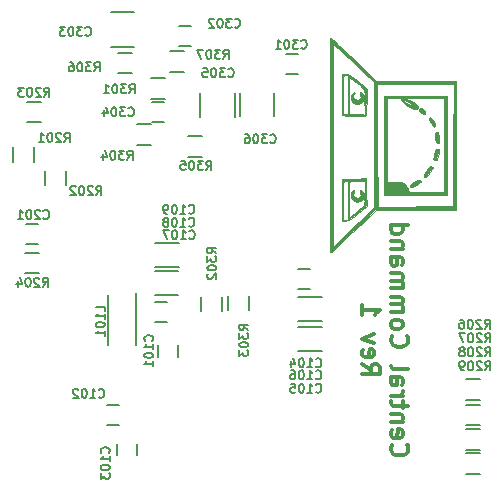
<source format=gbo>
G04 #@! TF.FileFunction,Legend,Bot*
%FSLAX46Y46*%
G04 Gerber Fmt 4.6, Leading zero omitted, Abs format (unit mm)*
G04 Created by KiCad (PCBNEW 4.0.1-3.201512221402+6198~38~ubuntu14.04.1-stable) date Mon 04 Jan 2016 12:08:05 AM EST*
%MOMM*%
G01*
G04 APERTURE LIST*
%ADD10C,0.100000*%
%ADD11C,0.300000*%
%ADD12C,0.150000*%
%ADD13C,0.010000*%
%ADD14C,0.127000*%
%ADD15R,1.250000X1.000000*%
%ADD16R,1.000000X1.250000*%
%ADD17R,1.000000X2.500000*%
%ADD18R,2.500000X1.000000*%
%ADD19R,1.399540X1.150620*%
%ADD20R,2.032000X1.727200*%
%ADD21O,2.032000X1.727200*%
%ADD22R,1.727200X2.032000*%
%ADD23O,1.727200X2.032000*%
%ADD24R,2.032000X2.032000*%
%ADD25O,2.032000X2.032000*%
%ADD26R,1.300000X0.700000*%
%ADD27R,0.700000X1.300000*%
%ADD28C,1.501140*%
%ADD29C,1.600000*%
%ADD30C,1.500000*%
%ADD31R,1.000000X1.600000*%
G04 APERTURE END LIST*
D10*
D11*
X138208586Y-116667442D02*
X138137157Y-116738871D01*
X138065729Y-116953157D01*
X138065729Y-117096014D01*
X138137157Y-117310299D01*
X138280014Y-117453157D01*
X138422871Y-117524585D01*
X138708586Y-117596014D01*
X138922871Y-117596014D01*
X139208586Y-117524585D01*
X139351443Y-117453157D01*
X139494300Y-117310299D01*
X139565729Y-117096014D01*
X139565729Y-116953157D01*
X139494300Y-116738871D01*
X139422871Y-116667442D01*
X138137157Y-115453157D02*
X138065729Y-115596014D01*
X138065729Y-115881728D01*
X138137157Y-116024585D01*
X138280014Y-116096014D01*
X138851443Y-116096014D01*
X138994300Y-116024585D01*
X139065729Y-115881728D01*
X139065729Y-115596014D01*
X138994300Y-115453157D01*
X138851443Y-115381728D01*
X138708586Y-115381728D01*
X138565729Y-116096014D01*
X139065729Y-114738871D02*
X138065729Y-114738871D01*
X138922871Y-114738871D02*
X138994300Y-114667443D01*
X139065729Y-114524585D01*
X139065729Y-114310300D01*
X138994300Y-114167443D01*
X138851443Y-114096014D01*
X138065729Y-114096014D01*
X139065729Y-113596014D02*
X139065729Y-113024585D01*
X139565729Y-113381728D02*
X138280014Y-113381728D01*
X138137157Y-113310300D01*
X138065729Y-113167442D01*
X138065729Y-113024585D01*
X138065729Y-112524585D02*
X139065729Y-112524585D01*
X138780014Y-112524585D02*
X138922871Y-112453157D01*
X138994300Y-112381728D01*
X139065729Y-112238871D01*
X139065729Y-112096014D01*
X138065729Y-110953157D02*
X138851443Y-110953157D01*
X138994300Y-111024586D01*
X139065729Y-111167443D01*
X139065729Y-111453157D01*
X138994300Y-111596014D01*
X138137157Y-110953157D02*
X138065729Y-111096014D01*
X138065729Y-111453157D01*
X138137157Y-111596014D01*
X138280014Y-111667443D01*
X138422871Y-111667443D01*
X138565729Y-111596014D01*
X138637157Y-111453157D01*
X138637157Y-111096014D01*
X138708586Y-110953157D01*
X138065729Y-110024585D02*
X138137157Y-110167443D01*
X138280014Y-110238871D01*
X139565729Y-110238871D01*
X138208586Y-107453157D02*
X138137157Y-107524586D01*
X138065729Y-107738872D01*
X138065729Y-107881729D01*
X138137157Y-108096014D01*
X138280014Y-108238872D01*
X138422871Y-108310300D01*
X138708586Y-108381729D01*
X138922871Y-108381729D01*
X139208586Y-108310300D01*
X139351443Y-108238872D01*
X139494300Y-108096014D01*
X139565729Y-107881729D01*
X139565729Y-107738872D01*
X139494300Y-107524586D01*
X139422871Y-107453157D01*
X138065729Y-106596014D02*
X138137157Y-106738872D01*
X138208586Y-106810300D01*
X138351443Y-106881729D01*
X138780014Y-106881729D01*
X138922871Y-106810300D01*
X138994300Y-106738872D01*
X139065729Y-106596014D01*
X139065729Y-106381729D01*
X138994300Y-106238872D01*
X138922871Y-106167443D01*
X138780014Y-106096014D01*
X138351443Y-106096014D01*
X138208586Y-106167443D01*
X138137157Y-106238872D01*
X138065729Y-106381729D01*
X138065729Y-106596014D01*
X138065729Y-105453157D02*
X139065729Y-105453157D01*
X138922871Y-105453157D02*
X138994300Y-105381729D01*
X139065729Y-105238871D01*
X139065729Y-105024586D01*
X138994300Y-104881729D01*
X138851443Y-104810300D01*
X138065729Y-104810300D01*
X138851443Y-104810300D02*
X138994300Y-104738871D01*
X139065729Y-104596014D01*
X139065729Y-104381729D01*
X138994300Y-104238871D01*
X138851443Y-104167443D01*
X138065729Y-104167443D01*
X138065729Y-103453157D02*
X139065729Y-103453157D01*
X138922871Y-103453157D02*
X138994300Y-103381729D01*
X139065729Y-103238871D01*
X139065729Y-103024586D01*
X138994300Y-102881729D01*
X138851443Y-102810300D01*
X138065729Y-102810300D01*
X138851443Y-102810300D02*
X138994300Y-102738871D01*
X139065729Y-102596014D01*
X139065729Y-102381729D01*
X138994300Y-102238871D01*
X138851443Y-102167443D01*
X138065729Y-102167443D01*
X138065729Y-100810300D02*
X138851443Y-100810300D01*
X138994300Y-100881729D01*
X139065729Y-101024586D01*
X139065729Y-101310300D01*
X138994300Y-101453157D01*
X138137157Y-100810300D02*
X138065729Y-100953157D01*
X138065729Y-101310300D01*
X138137157Y-101453157D01*
X138280014Y-101524586D01*
X138422871Y-101524586D01*
X138565729Y-101453157D01*
X138637157Y-101310300D01*
X138637157Y-100953157D01*
X138708586Y-100810300D01*
X139065729Y-100096014D02*
X138065729Y-100096014D01*
X138922871Y-100096014D02*
X138994300Y-100024586D01*
X139065729Y-99881728D01*
X139065729Y-99667443D01*
X138994300Y-99524586D01*
X138851443Y-99453157D01*
X138065729Y-99453157D01*
X138065729Y-98096014D02*
X139565729Y-98096014D01*
X138137157Y-98096014D02*
X138065729Y-98238871D01*
X138065729Y-98524585D01*
X138137157Y-98667443D01*
X138208586Y-98738871D01*
X138351443Y-98810300D01*
X138780014Y-98810300D01*
X138922871Y-98738871D01*
X138994300Y-98667443D01*
X139065729Y-98524585D01*
X139065729Y-98238871D01*
X138994300Y-98096014D01*
X135665729Y-109846013D02*
X136380014Y-110346013D01*
X135665729Y-110703156D02*
X137165729Y-110703156D01*
X137165729Y-110131728D01*
X137094300Y-109988870D01*
X137022871Y-109917442D01*
X136880014Y-109846013D01*
X136665729Y-109846013D01*
X136522871Y-109917442D01*
X136451443Y-109988870D01*
X136380014Y-110131728D01*
X136380014Y-110703156D01*
X135737157Y-108631728D02*
X135665729Y-108774585D01*
X135665729Y-109060299D01*
X135737157Y-109203156D01*
X135880014Y-109274585D01*
X136451443Y-109274585D01*
X136594300Y-109203156D01*
X136665729Y-109060299D01*
X136665729Y-108774585D01*
X136594300Y-108631728D01*
X136451443Y-108560299D01*
X136308586Y-108560299D01*
X136165729Y-109274585D01*
X136665729Y-108060299D02*
X135665729Y-107703156D01*
X136665729Y-107346014D01*
X135665729Y-104846014D02*
X135665729Y-105703157D01*
X135665729Y-105274585D02*
X137165729Y-105274585D01*
X136951443Y-105417442D01*
X136808586Y-105560300D01*
X136737157Y-105703157D01*
D12*
X118377600Y-109262800D02*
X118377600Y-108262800D01*
X120077600Y-108262800D02*
X120077600Y-109262800D01*
X114079400Y-113297600D02*
X115079400Y-113297600D01*
X115079400Y-114997600D02*
X114079400Y-114997600D01*
X114872400Y-117594000D02*
X114872400Y-116594000D01*
X116572400Y-116594000D02*
X116572400Y-117594000D01*
X108199300Y-99681400D02*
X107199300Y-99681400D01*
X107199300Y-97981400D02*
X108199300Y-97981400D01*
X130192400Y-85330400D02*
X129192400Y-85330400D01*
X129192400Y-83630400D02*
X130192400Y-83630400D01*
X121150000Y-82892000D02*
X120150000Y-82892000D01*
X120150000Y-81192000D02*
X121150000Y-81192000D01*
X114366800Y-80084400D02*
X116366800Y-80084400D01*
X116366800Y-83034400D02*
X114366800Y-83034400D01*
X117889400Y-87694400D02*
X118889400Y-87694400D01*
X118889400Y-89394400D02*
X117889400Y-89394400D01*
X121943600Y-88909400D02*
X121943600Y-86909400D01*
X124893600Y-86909400D02*
X124893600Y-88909400D01*
X125271000Y-88884000D02*
X125271000Y-86884000D01*
X128221000Y-86884000D02*
X128221000Y-88884000D01*
X116514880Y-108270040D02*
X116514880Y-103870760D01*
X114117120Y-108270040D02*
X114117120Y-103969820D01*
X107825000Y-92713100D02*
X107825000Y-91513100D01*
X106075000Y-91513100D02*
X106075000Y-92713100D01*
X110542800Y-94732400D02*
X110542800Y-93532400D01*
X108792800Y-93532400D02*
X108792800Y-94732400D01*
X107264400Y-89381300D02*
X108464400Y-89381300D01*
X108464400Y-87631300D02*
X107264400Y-87631300D01*
X108261200Y-100420200D02*
X107061200Y-100420200D01*
X107061200Y-102170200D02*
X108261200Y-102170200D01*
X117789400Y-87387400D02*
X118989400Y-87387400D01*
X118989400Y-85637400D02*
X117789400Y-85637400D01*
X122010200Y-104149600D02*
X122010200Y-105349600D01*
X123760200Y-105349600D02*
X123760200Y-104149600D01*
X124296200Y-104098800D02*
X124296200Y-105298800D01*
X126046200Y-105298800D02*
X126046200Y-104098800D01*
X116544800Y-91299000D02*
X117744800Y-91299000D01*
X117744800Y-89549000D02*
X116544800Y-89549000D01*
X120888200Y-92289600D02*
X122088200Y-92289600D01*
X122088200Y-90539600D02*
X120888200Y-90539600D01*
X114944600Y-85228400D02*
X116144600Y-85228400D01*
X116144600Y-83478400D02*
X114944600Y-83478400D01*
X120538800Y-83376800D02*
X119338800Y-83376800D01*
X119338800Y-85126800D02*
X120538800Y-85126800D01*
X145634000Y-111139000D02*
X144434000Y-111139000D01*
X144434000Y-112889000D02*
X145634000Y-112889000D01*
X145634000Y-113298000D02*
X144434000Y-113298000D01*
X144434000Y-115048000D02*
X145634000Y-115048000D01*
X145662700Y-115355400D02*
X144462700Y-115355400D01*
X144462700Y-117105400D02*
X145662700Y-117105400D01*
X145662700Y-117425500D02*
X144462700Y-117425500D01*
X144462700Y-119175500D02*
X145662700Y-119175500D01*
X131221100Y-103504100D02*
X130221100Y-103504100D01*
X130221100Y-101804100D02*
X131221100Y-101804100D01*
X132254500Y-108784500D02*
X130254500Y-108784500D01*
X130254500Y-106734500D02*
X132254500Y-106734500D01*
X132229100Y-106219100D02*
X130229100Y-106219100D01*
X130229100Y-104169100D02*
X132229100Y-104169100D01*
X118105300Y-104636200D02*
X119105300Y-104636200D01*
X119105300Y-106336200D02*
X118105300Y-106336200D01*
X118075200Y-101997400D02*
X120075200Y-101997400D01*
X120075200Y-104047400D02*
X118075200Y-104047400D01*
X118100600Y-99622500D02*
X120100600Y-99622500D01*
X120100600Y-101672500D02*
X118100600Y-101672500D01*
D13*
G36*
X136824633Y-85853284D02*
X134919633Y-84036901D01*
X134447664Y-83588753D01*
X134014227Y-83180764D01*
X133634617Y-82827049D01*
X133324125Y-82541722D01*
X133098044Y-82338897D01*
X132971669Y-82232688D01*
X132951133Y-82220159D01*
X132942583Y-82302955D01*
X132934372Y-82544156D01*
X132926575Y-82932835D01*
X132919269Y-83458064D01*
X132912530Y-84108914D01*
X132906434Y-84874457D01*
X132901058Y-85743767D01*
X132896477Y-86705915D01*
X132892768Y-87749974D01*
X132890008Y-88865014D01*
X132888271Y-90040110D01*
X132887635Y-91264332D01*
X132887633Y-91328522D01*
X132888296Y-92572184D01*
X132890229Y-93762517D01*
X132893347Y-94888957D01*
X132897565Y-95940942D01*
X132902798Y-96907910D01*
X132908962Y-97779297D01*
X132915971Y-98544542D01*
X132923741Y-99193081D01*
X132932187Y-99714352D01*
X132941224Y-100097791D01*
X132950768Y-100332837D01*
X132960554Y-100409022D01*
X133037835Y-100345625D01*
X133141633Y-100251979D01*
X133141633Y-99940909D01*
X133141633Y-82710258D01*
X133459133Y-82984073D01*
X133612608Y-83121952D01*
X133865941Y-83355890D01*
X134196663Y-83664856D01*
X134582307Y-84027820D01*
X135000403Y-84423752D01*
X135194800Y-84608646D01*
X136612967Y-85959406D01*
X136612966Y-91298528D01*
X136612966Y-96637651D01*
X135406466Y-97791320D01*
X134990964Y-98188200D01*
X134577064Y-98582790D01*
X134195683Y-98945668D01*
X133877742Y-99247412D01*
X133670800Y-99442949D01*
X133141633Y-99940909D01*
X133141633Y-100251979D01*
X133221912Y-100179550D01*
X133497287Y-99925238D01*
X133848459Y-99597131D01*
X134259929Y-99209670D01*
X134716197Y-98777298D01*
X134921815Y-98581633D01*
X136810155Y-96782467D01*
X136952936Y-96782467D01*
X136952936Y-96530501D01*
X136930455Y-91343651D01*
X136926141Y-90423062D01*
X136921440Y-89554007D01*
X136916473Y-88751045D01*
X136911360Y-88028739D01*
X136906221Y-87401648D01*
X136901176Y-86884334D01*
X136896345Y-86491358D01*
X136891849Y-86237281D01*
X136887808Y-86136664D01*
X136887470Y-86135633D01*
X136964429Y-86130934D01*
X137192607Y-86126598D01*
X137553891Y-86122742D01*
X138030167Y-86119485D01*
X138603321Y-86116945D01*
X139255240Y-86115242D01*
X139967810Y-86114492D01*
X140127284Y-86114466D01*
X143387601Y-86114466D01*
X143365784Y-91300300D01*
X143343966Y-96486133D01*
X136952936Y-96530501D01*
X136952936Y-96782467D01*
X140182894Y-96782466D01*
X143555633Y-96782466D01*
X143555633Y-85860466D01*
X136824633Y-85853284D01*
X136824633Y-85853284D01*
G37*
X136824633Y-85853284D02*
X134919633Y-84036901D01*
X134447664Y-83588753D01*
X134014227Y-83180764D01*
X133634617Y-82827049D01*
X133324125Y-82541722D01*
X133098044Y-82338897D01*
X132971669Y-82232688D01*
X132951133Y-82220159D01*
X132942583Y-82302955D01*
X132934372Y-82544156D01*
X132926575Y-82932835D01*
X132919269Y-83458064D01*
X132912530Y-84108914D01*
X132906434Y-84874457D01*
X132901058Y-85743767D01*
X132896477Y-86705915D01*
X132892768Y-87749974D01*
X132890008Y-88865014D01*
X132888271Y-90040110D01*
X132887635Y-91264332D01*
X132887633Y-91328522D01*
X132888296Y-92572184D01*
X132890229Y-93762517D01*
X132893347Y-94888957D01*
X132897565Y-95940942D01*
X132902798Y-96907910D01*
X132908962Y-97779297D01*
X132915971Y-98544542D01*
X132923741Y-99193081D01*
X132932187Y-99714352D01*
X132941224Y-100097791D01*
X132950768Y-100332837D01*
X132960554Y-100409022D01*
X133037835Y-100345625D01*
X133141633Y-100251979D01*
X133141633Y-99940909D01*
X133141633Y-82710258D01*
X133459133Y-82984073D01*
X133612608Y-83121952D01*
X133865941Y-83355890D01*
X134196663Y-83664856D01*
X134582307Y-84027820D01*
X135000403Y-84423752D01*
X135194800Y-84608646D01*
X136612967Y-85959406D01*
X136612966Y-91298528D01*
X136612966Y-96637651D01*
X135406466Y-97791320D01*
X134990964Y-98188200D01*
X134577064Y-98582790D01*
X134195683Y-98945668D01*
X133877742Y-99247412D01*
X133670800Y-99442949D01*
X133141633Y-99940909D01*
X133141633Y-100251979D01*
X133221912Y-100179550D01*
X133497287Y-99925238D01*
X133848459Y-99597131D01*
X134259929Y-99209670D01*
X134716197Y-98777298D01*
X134921815Y-98581633D01*
X136810155Y-96782467D01*
X136952936Y-96782467D01*
X136952936Y-96530501D01*
X136930455Y-91343651D01*
X136926141Y-90423062D01*
X136921440Y-89554007D01*
X136916473Y-88751045D01*
X136911360Y-88028739D01*
X136906221Y-87401648D01*
X136901176Y-86884334D01*
X136896345Y-86491358D01*
X136891849Y-86237281D01*
X136887808Y-86136664D01*
X136887470Y-86135633D01*
X136964429Y-86130934D01*
X137192607Y-86126598D01*
X137553891Y-86122742D01*
X138030167Y-86119485D01*
X138603321Y-86116945D01*
X139255240Y-86115242D01*
X139967810Y-86114492D01*
X140127284Y-86114466D01*
X143387601Y-86114466D01*
X143365784Y-91300300D01*
X143343966Y-96486133D01*
X136952936Y-96530501D01*
X136952936Y-96782467D01*
X140182894Y-96782466D01*
X143555633Y-96782466D01*
X143555633Y-85860466D01*
X136824633Y-85853284D01*
G36*
X136001345Y-95303470D02*
X135977966Y-94115466D01*
X135004300Y-94146565D01*
X134613183Y-94161970D01*
X134285415Y-94180351D01*
X134057373Y-94199306D01*
X133967133Y-94215061D01*
X133947988Y-94307201D01*
X133931157Y-94542870D01*
X133917566Y-94896272D01*
X133908142Y-95341608D01*
X133903812Y-95853082D01*
X133903633Y-95983130D01*
X133903633Y-97713800D01*
X134209135Y-97713800D01*
X134369371Y-97695856D01*
X134411633Y-97679633D01*
X134411633Y-97629133D01*
X133984643Y-97629133D01*
X134007638Y-95999300D01*
X134016082Y-95436743D01*
X134025204Y-95020853D01*
X134037923Y-94728978D01*
X134057156Y-94538466D01*
X134085824Y-94426664D01*
X134126845Y-94370922D01*
X134183137Y-94348587D01*
X134221133Y-94342411D01*
X134411633Y-94315356D01*
X134411633Y-97629133D01*
X134411633Y-97679633D01*
X134541251Y-97629873D01*
X134545723Y-97627125D01*
X134545723Y-97459800D01*
X134529886Y-97379603D01*
X134516153Y-97156880D01*
X134505398Y-96818435D01*
X134498495Y-96391071D01*
X134496300Y-95945675D01*
X134496896Y-95406063D01*
X134500625Y-95011878D01*
X134510395Y-94739214D01*
X134529118Y-94564163D01*
X134559701Y-94462818D01*
X134605056Y-94411274D01*
X134668092Y-94385624D01*
X134686800Y-94380497D01*
X134876938Y-94351769D01*
X135161010Y-94332729D01*
X135364133Y-94328289D01*
X135850966Y-94327133D01*
X135850966Y-95446559D01*
X135688921Y-95246680D01*
X135542423Y-95122101D01*
X135449368Y-95130115D01*
X135447796Y-95249281D01*
X135499199Y-95353618D01*
X135549150Y-95550614D01*
X135455062Y-95700153D01*
X135241864Y-95765899D01*
X135215966Y-95766466D01*
X135006927Y-95715215D01*
X134885748Y-95590441D01*
X134886769Y-95435617D01*
X134917271Y-95388313D01*
X134996498Y-95237207D01*
X134973776Y-95146493D01*
X134874720Y-95158556D01*
X134810020Y-95210841D01*
X134682503Y-95435193D01*
X134685888Y-95678748D01*
X134792560Y-95903774D01*
X134974907Y-96072536D01*
X135205316Y-96147301D01*
X135454343Y-96091316D01*
X135644923Y-95957523D01*
X135742440Y-95858470D01*
X135807463Y-95799364D01*
X135838810Y-95861360D01*
X135848239Y-96068247D01*
X135848274Y-96072577D01*
X135841775Y-96240773D01*
X135802838Y-96375653D01*
X135706853Y-96511378D01*
X135529206Y-96682111D01*
X135245288Y-96922012D01*
X135223056Y-96940410D01*
X134948735Y-97163339D01*
X134724184Y-97338378D01*
X134580248Y-97441873D01*
X134545723Y-97459800D01*
X134545723Y-97627125D01*
X134756406Y-97497622D01*
X135046466Y-97280877D01*
X135269680Y-97102637D01*
X136024723Y-96491474D01*
X136001345Y-95303470D01*
X136001345Y-95303470D01*
G37*
X136001345Y-95303470D02*
X135977966Y-94115466D01*
X135004300Y-94146565D01*
X134613183Y-94161970D01*
X134285415Y-94180351D01*
X134057373Y-94199306D01*
X133967133Y-94215061D01*
X133947988Y-94307201D01*
X133931157Y-94542870D01*
X133917566Y-94896272D01*
X133908142Y-95341608D01*
X133903812Y-95853082D01*
X133903633Y-95983130D01*
X133903633Y-97713800D01*
X134209135Y-97713800D01*
X134369371Y-97695856D01*
X134411633Y-97679633D01*
X134411633Y-97629133D01*
X133984643Y-97629133D01*
X134007638Y-95999300D01*
X134016082Y-95436743D01*
X134025204Y-95020853D01*
X134037923Y-94728978D01*
X134057156Y-94538466D01*
X134085824Y-94426664D01*
X134126845Y-94370922D01*
X134183137Y-94348587D01*
X134221133Y-94342411D01*
X134411633Y-94315356D01*
X134411633Y-97629133D01*
X134411633Y-97679633D01*
X134541251Y-97629873D01*
X134545723Y-97627125D01*
X134545723Y-97459800D01*
X134529886Y-97379603D01*
X134516153Y-97156880D01*
X134505398Y-96818435D01*
X134498495Y-96391071D01*
X134496300Y-95945675D01*
X134496896Y-95406063D01*
X134500625Y-95011878D01*
X134510395Y-94739214D01*
X134529118Y-94564163D01*
X134559701Y-94462818D01*
X134605056Y-94411274D01*
X134668092Y-94385624D01*
X134686800Y-94380497D01*
X134876938Y-94351769D01*
X135161010Y-94332729D01*
X135364133Y-94328289D01*
X135850966Y-94327133D01*
X135850966Y-95446559D01*
X135688921Y-95246680D01*
X135542423Y-95122101D01*
X135449368Y-95130115D01*
X135447796Y-95249281D01*
X135499199Y-95353618D01*
X135549150Y-95550614D01*
X135455062Y-95700153D01*
X135241864Y-95765899D01*
X135215966Y-95766466D01*
X135006927Y-95715215D01*
X134885748Y-95590441D01*
X134886769Y-95435617D01*
X134917271Y-95388313D01*
X134996498Y-95237207D01*
X134973776Y-95146493D01*
X134874720Y-95158556D01*
X134810020Y-95210841D01*
X134682503Y-95435193D01*
X134685888Y-95678748D01*
X134792560Y-95903774D01*
X134974907Y-96072536D01*
X135205316Y-96147301D01*
X135454343Y-96091316D01*
X135644923Y-95957523D01*
X135742440Y-95858470D01*
X135807463Y-95799364D01*
X135838810Y-95861360D01*
X135848239Y-96068247D01*
X135848274Y-96072577D01*
X135841775Y-96240773D01*
X135802838Y-96375653D01*
X135706853Y-96511378D01*
X135529206Y-96682111D01*
X135245288Y-96922012D01*
X135223056Y-96940410D01*
X134948735Y-97163339D01*
X134724184Y-97338378D01*
X134580248Y-97441873D01*
X134545723Y-97459800D01*
X134545723Y-97627125D01*
X134756406Y-97497622D01*
X135046466Y-97280877D01*
X135269680Y-97102637D01*
X136024723Y-96491474D01*
X136001345Y-95303470D01*
G36*
X135265074Y-85908547D02*
X134921112Y-85623461D01*
X134669933Y-85435552D01*
X134480770Y-85326192D01*
X134322860Y-85276756D01*
X134206740Y-85267800D01*
X133903633Y-85267800D01*
X133903633Y-88803497D01*
X134411633Y-88835238D01*
X134411633Y-88654466D01*
X133988300Y-88654466D01*
X133988300Y-85456874D01*
X134199966Y-85416411D01*
X134411633Y-85375948D01*
X134411633Y-88654466D01*
X134411633Y-88835238D01*
X134872369Y-88864026D01*
X135265264Y-88883511D01*
X135598193Y-88890566D01*
X135833553Y-88885008D01*
X135850966Y-88882172D01*
X135850966Y-88760300D01*
X135586383Y-88707383D01*
X135335716Y-88674832D01*
X135021810Y-88656184D01*
X134909050Y-88654466D01*
X134496300Y-88654466D01*
X134496300Y-87077766D01*
X134497146Y-86526482D01*
X134501087Y-86123786D01*
X134510226Y-85848934D01*
X134526663Y-85681184D01*
X134552503Y-85599792D01*
X134589847Y-85584015D01*
X134640798Y-85613111D01*
X134644466Y-85615933D01*
X134898185Y-85817205D01*
X135173228Y-86042515D01*
X135433981Y-86261784D01*
X135644828Y-86444933D01*
X135770152Y-86561885D01*
X135786170Y-86580133D01*
X135832470Y-86721651D01*
X135849670Y-86907013D01*
X135850966Y-87149226D01*
X135688921Y-86949346D01*
X135544122Y-86826501D01*
X135449168Y-86831326D01*
X135443408Y-86944352D01*
X135492965Y-87046303D01*
X135558048Y-87259335D01*
X135474480Y-87411122D01*
X135260214Y-87469133D01*
X135259608Y-87469133D01*
X135042375Y-87425298D01*
X134897892Y-87318339D01*
X134862380Y-87185080D01*
X134906288Y-87109945D01*
X134994712Y-86951316D01*
X135004300Y-86888744D01*
X134979758Y-86821183D01*
X134885547Y-86874633D01*
X134834966Y-86918800D01*
X134692205Y-87145159D01*
X134687202Y-87401116D01*
X134807747Y-87637631D01*
X135041630Y-87805666D01*
X135057325Y-87811865D01*
X135333412Y-87832682D01*
X135602126Y-87704305D01*
X135742440Y-87561137D01*
X135794455Y-87522228D01*
X135826459Y-87585950D01*
X135842929Y-87774813D01*
X135848274Y-88093550D01*
X135850966Y-88760300D01*
X135850966Y-88882172D01*
X135930702Y-88869181D01*
X135969688Y-88760418D01*
X135998424Y-88499279D01*
X136015649Y-88102483D01*
X136020300Y-87681550D01*
X136020300Y-86549294D01*
X135265074Y-85908547D01*
X135265074Y-85908547D01*
G37*
X135265074Y-85908547D02*
X134921112Y-85623461D01*
X134669933Y-85435552D01*
X134480770Y-85326192D01*
X134322860Y-85276756D01*
X134206740Y-85267800D01*
X133903633Y-85267800D01*
X133903633Y-88803497D01*
X134411633Y-88835238D01*
X134411633Y-88654466D01*
X133988300Y-88654466D01*
X133988300Y-85456874D01*
X134199966Y-85416411D01*
X134411633Y-85375948D01*
X134411633Y-88654466D01*
X134411633Y-88835238D01*
X134872369Y-88864026D01*
X135265264Y-88883511D01*
X135598193Y-88890566D01*
X135833553Y-88885008D01*
X135850966Y-88882172D01*
X135850966Y-88760300D01*
X135586383Y-88707383D01*
X135335716Y-88674832D01*
X135021810Y-88656184D01*
X134909050Y-88654466D01*
X134496300Y-88654466D01*
X134496300Y-87077766D01*
X134497146Y-86526482D01*
X134501087Y-86123786D01*
X134510226Y-85848934D01*
X134526663Y-85681184D01*
X134552503Y-85599792D01*
X134589847Y-85584015D01*
X134640798Y-85613111D01*
X134644466Y-85615933D01*
X134898185Y-85817205D01*
X135173228Y-86042515D01*
X135433981Y-86261784D01*
X135644828Y-86444933D01*
X135770152Y-86561885D01*
X135786170Y-86580133D01*
X135832470Y-86721651D01*
X135849670Y-86907013D01*
X135850966Y-87149226D01*
X135688921Y-86949346D01*
X135544122Y-86826501D01*
X135449168Y-86831326D01*
X135443408Y-86944352D01*
X135492965Y-87046303D01*
X135558048Y-87259335D01*
X135474480Y-87411122D01*
X135260214Y-87469133D01*
X135259608Y-87469133D01*
X135042375Y-87425298D01*
X134897892Y-87318339D01*
X134862380Y-87185080D01*
X134906288Y-87109945D01*
X134994712Y-86951316D01*
X135004300Y-86888744D01*
X134979758Y-86821183D01*
X134885547Y-86874633D01*
X134834966Y-86918800D01*
X134692205Y-87145159D01*
X134687202Y-87401116D01*
X134807747Y-87637631D01*
X135041630Y-87805666D01*
X135057325Y-87811865D01*
X135333412Y-87832682D01*
X135602126Y-87704305D01*
X135742440Y-87561137D01*
X135794455Y-87522228D01*
X135826459Y-87585950D01*
X135842929Y-87774813D01*
X135848274Y-88093550D01*
X135850966Y-88760300D01*
X135850966Y-88882172D01*
X135930702Y-88869181D01*
X135969688Y-88760418D01*
X135998424Y-88499279D01*
X136015649Y-88102483D01*
X136020300Y-87681550D01*
X136020300Y-86549294D01*
X135265074Y-85908547D01*
G36*
X137459633Y-87130466D02*
X137459633Y-95512466D01*
X142539633Y-95512466D01*
X142539633Y-95258466D01*
X139594657Y-95258466D01*
X139539721Y-95039584D01*
X139438822Y-94829110D01*
X139270774Y-94622436D01*
X139264179Y-94616250D01*
X139123721Y-94507062D01*
X138963428Y-94445003D01*
X138731598Y-94417473D01*
X138425361Y-94411800D01*
X137807149Y-94411800D01*
X137776053Y-94856300D01*
X137769557Y-94864706D01*
X137762885Y-94717911D01*
X137756223Y-94430045D01*
X137749757Y-94015242D01*
X137743673Y-93487630D01*
X137738157Y-92861344D01*
X137733394Y-92150512D01*
X137729570Y-91369269D01*
X137729295Y-91300300D01*
X137713633Y-87299800D01*
X138353630Y-87299800D01*
X138711336Y-87310474D01*
X138905644Y-87342245D01*
X138939008Y-87388175D01*
X138936889Y-87511548D01*
X139067100Y-87678228D01*
X139339185Y-87899069D01*
X139468635Y-87990436D01*
X139677654Y-88115821D01*
X139677654Y-87908346D01*
X139519257Y-87841221D01*
X139381678Y-87749727D01*
X139173453Y-87586532D01*
X139114013Y-87502758D01*
X139200735Y-87502000D01*
X139430998Y-87587851D01*
X139483038Y-87610784D01*
X139709470Y-87738011D01*
X139772076Y-87844613D01*
X139762022Y-87869328D01*
X139677654Y-87908346D01*
X139677654Y-88115821D01*
X139749161Y-88158717D01*
X139996071Y-88263176D01*
X140175301Y-88293512D01*
X140252784Y-88239425D01*
X140253633Y-88227792D01*
X140305405Y-88175685D01*
X140338300Y-88188800D01*
X140414726Y-88205184D01*
X140397191Y-88118530D01*
X140295229Y-87959823D01*
X140250730Y-87904146D01*
X140081872Y-87763356D01*
X139818637Y-87607356D01*
X139597380Y-87503989D01*
X139110633Y-87303819D01*
X140825133Y-87301809D01*
X142539633Y-87299800D01*
X142539633Y-95258466D01*
X142539633Y-95512466D01*
X142793633Y-95512466D01*
X142793633Y-87130466D01*
X137459633Y-87130466D01*
X137459633Y-87130466D01*
G37*
X137459633Y-87130466D02*
X137459633Y-95512466D01*
X142539633Y-95512466D01*
X142539633Y-95258466D01*
X139594657Y-95258466D01*
X139539721Y-95039584D01*
X139438822Y-94829110D01*
X139270774Y-94622436D01*
X139264179Y-94616250D01*
X139123721Y-94507062D01*
X138963428Y-94445003D01*
X138731598Y-94417473D01*
X138425361Y-94411800D01*
X137807149Y-94411800D01*
X137776053Y-94856300D01*
X137769557Y-94864706D01*
X137762885Y-94717911D01*
X137756223Y-94430045D01*
X137749757Y-94015242D01*
X137743673Y-93487630D01*
X137738157Y-92861344D01*
X137733394Y-92150512D01*
X137729570Y-91369269D01*
X137729295Y-91300300D01*
X137713633Y-87299800D01*
X138353630Y-87299800D01*
X138711336Y-87310474D01*
X138905644Y-87342245D01*
X138939008Y-87388175D01*
X138936889Y-87511548D01*
X139067100Y-87678228D01*
X139339185Y-87899069D01*
X139468635Y-87990436D01*
X139677654Y-88115821D01*
X139677654Y-87908346D01*
X139519257Y-87841221D01*
X139381678Y-87749727D01*
X139173453Y-87586532D01*
X139114013Y-87502758D01*
X139200735Y-87502000D01*
X139430998Y-87587851D01*
X139483038Y-87610784D01*
X139709470Y-87738011D01*
X139772076Y-87844613D01*
X139762022Y-87869328D01*
X139677654Y-87908346D01*
X139677654Y-88115821D01*
X139749161Y-88158717D01*
X139996071Y-88263176D01*
X140175301Y-88293512D01*
X140252784Y-88239425D01*
X140253633Y-88227792D01*
X140305405Y-88175685D01*
X140338300Y-88188800D01*
X140414726Y-88205184D01*
X140397191Y-88118530D01*
X140295229Y-87959823D01*
X140250730Y-87904146D01*
X140081872Y-87763356D01*
X139818637Y-87607356D01*
X139597380Y-87503989D01*
X139110633Y-87303819D01*
X140825133Y-87301809D01*
X142539633Y-87299800D01*
X142539633Y-95258466D01*
X142539633Y-95512466D01*
X142793633Y-95512466D01*
X142793633Y-87130466D01*
X137459633Y-87130466D01*
G36*
X140531287Y-94295807D02*
X140366994Y-94290274D01*
X140127536Y-94386396D01*
X140007148Y-94459210D01*
X139770577Y-94631582D01*
X139672950Y-94752303D01*
X139700718Y-94843339D01*
X139748165Y-94879031D01*
X139864868Y-94869275D01*
X140061906Y-94788656D01*
X140284244Y-94668043D01*
X140476848Y-94538304D01*
X140584684Y-94430305D01*
X140592300Y-94405574D01*
X140531287Y-94295807D01*
X140531287Y-94295807D01*
G37*
X140531287Y-94295807D02*
X140366994Y-94290274D01*
X140127536Y-94386396D01*
X140007148Y-94459210D01*
X139770577Y-94631582D01*
X139672950Y-94752303D01*
X139700718Y-94843339D01*
X139748165Y-94879031D01*
X139864868Y-94869275D01*
X140061906Y-94788656D01*
X140284244Y-94668043D01*
X140476848Y-94538304D01*
X140584684Y-94430305D01*
X140592300Y-94405574D01*
X140531287Y-94295807D01*
G36*
X140964017Y-88465012D02*
X140843583Y-88309598D01*
X140682834Y-88196226D01*
X140549966Y-88176654D01*
X140448926Y-88268545D01*
X140477132Y-88411319D01*
X140622140Y-88563144D01*
X140675218Y-88597632D01*
X140849829Y-88691885D01*
X140935477Y-88695816D01*
X140985466Y-88610937D01*
X140987184Y-88606481D01*
X140964017Y-88465012D01*
X140964017Y-88465012D01*
G37*
X140964017Y-88465012D02*
X140843583Y-88309598D01*
X140682834Y-88196226D01*
X140549966Y-88176654D01*
X140448926Y-88268545D01*
X140477132Y-88411319D01*
X140622140Y-88563144D01*
X140675218Y-88597632D01*
X140849829Y-88691885D01*
X140935477Y-88695816D01*
X140985466Y-88610937D01*
X140987184Y-88606481D01*
X140964017Y-88465012D01*
G36*
X141629027Y-93154923D02*
X141598388Y-93133882D01*
X141499913Y-93080579D01*
X141419690Y-93088063D01*
X141321432Y-93180000D01*
X141168854Y-93380055D01*
X141121466Y-93444941D01*
X140941099Y-93707115D01*
X140861020Y-93873412D01*
X140870801Y-93976078D01*
X140931796Y-94031313D01*
X141035677Y-94002116D01*
X141207181Y-93852426D01*
X141423422Y-93604863D01*
X141598388Y-93372513D01*
X141672139Y-93236692D01*
X141629027Y-93154923D01*
X141629027Y-93154923D01*
G37*
X141629027Y-93154923D02*
X141598388Y-93133882D01*
X141499913Y-93080579D01*
X141419690Y-93088063D01*
X141321432Y-93180000D01*
X141168854Y-93380055D01*
X141121466Y-93444941D01*
X140941099Y-93707115D01*
X140861020Y-93873412D01*
X140870801Y-93976078D01*
X140931796Y-94031313D01*
X141035677Y-94002116D01*
X141207181Y-93852426D01*
X141423422Y-93604863D01*
X141598388Y-93372513D01*
X141672139Y-93236692D01*
X141629027Y-93154923D01*
G36*
X141816276Y-89491817D02*
X141725140Y-89301143D01*
X141593456Y-89116259D01*
X141458577Y-88991662D01*
X141375466Y-88971287D01*
X141282705Y-89055546D01*
X141306426Y-89219084D01*
X141448707Y-89479966D01*
X141613885Y-89692771D01*
X141737669Y-89745737D01*
X141826492Y-89641463D01*
X141829514Y-89633782D01*
X141816276Y-89491817D01*
X141816276Y-89491817D01*
G37*
X141816276Y-89491817D02*
X141725140Y-89301143D01*
X141593456Y-89116259D01*
X141458577Y-88991662D01*
X141375466Y-88971287D01*
X141282705Y-89055546D01*
X141306426Y-89219084D01*
X141448707Y-89479966D01*
X141613885Y-89692771D01*
X141737669Y-89745737D01*
X141826492Y-89641463D01*
X141829514Y-89633782D01*
X141816276Y-89491817D01*
G36*
X142148368Y-91685858D02*
X142034106Y-91613245D01*
X141906845Y-91672034D01*
X141817803Y-91836939D01*
X141814580Y-91850633D01*
X141747539Y-92118491D01*
X141689034Y-92320134D01*
X141655512Y-92504806D01*
X141718407Y-92595074D01*
X141744059Y-92606543D01*
X141897622Y-92610808D01*
X141947802Y-92581542D01*
X142013252Y-92453234D01*
X142080116Y-92232899D01*
X142133637Y-91986441D01*
X142159055Y-91779764D01*
X142148368Y-91685858D01*
X142148368Y-91685858D01*
G37*
X142148368Y-91685858D02*
X142034106Y-91613245D01*
X141906845Y-91672034D01*
X141817803Y-91836939D01*
X141814580Y-91850633D01*
X141747539Y-92118491D01*
X141689034Y-92320134D01*
X141655512Y-92504806D01*
X141718407Y-92595074D01*
X141744059Y-92606543D01*
X141897622Y-92610808D01*
X141947802Y-92581542D01*
X142013252Y-92453234D01*
X142080116Y-92232899D01*
X142133637Y-91986441D01*
X142159055Y-91779764D01*
X142148368Y-91685858D01*
G36*
X142175818Y-90661553D02*
X142161901Y-90551744D01*
X142111820Y-90311555D01*
X142047119Y-90212166D01*
X141976185Y-90214117D01*
X141844166Y-90257497D01*
X141813042Y-90263133D01*
X141792086Y-90294881D01*
X141792688Y-90411846D01*
X141816308Y-90646612D01*
X141838343Y-90827427D01*
X141901035Y-91027805D01*
X142005247Y-91142692D01*
X142113294Y-91145200D01*
X142171296Y-91064999D01*
X142188806Y-90908049D01*
X142175818Y-90661553D01*
X142175818Y-90661553D01*
G37*
X142175818Y-90661553D02*
X142161901Y-90551744D01*
X142111820Y-90311555D01*
X142047119Y-90212166D01*
X141976185Y-90214117D01*
X141844166Y-90257497D01*
X141813042Y-90263133D01*
X141792086Y-90294881D01*
X141792688Y-90411846D01*
X141816308Y-90646612D01*
X141838343Y-90827427D01*
X141901035Y-91027805D01*
X142005247Y-91142692D01*
X142113294Y-91145200D01*
X142171296Y-91064999D01*
X142188806Y-90908049D01*
X142175818Y-90661553D01*
D14*
X117890143Y-107884686D02*
X117926429Y-107848400D01*
X117962714Y-107739543D01*
X117962714Y-107666972D01*
X117926429Y-107558115D01*
X117853857Y-107485543D01*
X117781286Y-107449258D01*
X117636143Y-107412972D01*
X117527286Y-107412972D01*
X117382143Y-107449258D01*
X117309571Y-107485543D01*
X117237000Y-107558115D01*
X117200714Y-107666972D01*
X117200714Y-107739543D01*
X117237000Y-107848400D01*
X117273286Y-107884686D01*
X117962714Y-108610400D02*
X117962714Y-108174972D01*
X117962714Y-108392686D02*
X117200714Y-108392686D01*
X117309571Y-108320115D01*
X117382143Y-108247543D01*
X117418429Y-108174972D01*
X117200714Y-109082114D02*
X117200714Y-109154686D01*
X117237000Y-109227257D01*
X117273286Y-109263543D01*
X117345857Y-109299829D01*
X117491000Y-109336114D01*
X117672429Y-109336114D01*
X117817571Y-109299829D01*
X117890143Y-109263543D01*
X117926429Y-109227257D01*
X117962714Y-109154686D01*
X117962714Y-109082114D01*
X117926429Y-109009543D01*
X117890143Y-108973257D01*
X117817571Y-108936972D01*
X117672429Y-108900686D01*
X117491000Y-108900686D01*
X117345857Y-108936972D01*
X117273286Y-108973257D01*
X117237000Y-109009543D01*
X117200714Y-109082114D01*
X117962714Y-110061828D02*
X117962714Y-109626400D01*
X117962714Y-109844114D02*
X117200714Y-109844114D01*
X117309571Y-109771543D01*
X117382143Y-109698971D01*
X117418429Y-109626400D01*
X113339914Y-112641743D02*
X113376200Y-112678029D01*
X113485057Y-112714314D01*
X113557628Y-112714314D01*
X113666485Y-112678029D01*
X113739057Y-112605457D01*
X113775342Y-112532886D01*
X113811628Y-112387743D01*
X113811628Y-112278886D01*
X113775342Y-112133743D01*
X113739057Y-112061171D01*
X113666485Y-111988600D01*
X113557628Y-111952314D01*
X113485057Y-111952314D01*
X113376200Y-111988600D01*
X113339914Y-112024886D01*
X112614200Y-112714314D02*
X113049628Y-112714314D01*
X112831914Y-112714314D02*
X112831914Y-111952314D01*
X112904485Y-112061171D01*
X112977057Y-112133743D01*
X113049628Y-112170029D01*
X112142486Y-111952314D02*
X112069914Y-111952314D01*
X111997343Y-111988600D01*
X111961057Y-112024886D01*
X111924771Y-112097457D01*
X111888486Y-112242600D01*
X111888486Y-112424029D01*
X111924771Y-112569171D01*
X111961057Y-112641743D01*
X111997343Y-112678029D01*
X112069914Y-112714314D01*
X112142486Y-112714314D01*
X112215057Y-112678029D01*
X112251343Y-112641743D01*
X112287628Y-112569171D01*
X112323914Y-112424029D01*
X112323914Y-112242600D01*
X112287628Y-112097457D01*
X112251343Y-112024886D01*
X112215057Y-111988600D01*
X112142486Y-111952314D01*
X111598200Y-112024886D02*
X111561914Y-111988600D01*
X111489343Y-111952314D01*
X111307914Y-111952314D01*
X111235343Y-111988600D01*
X111199057Y-112024886D01*
X111162772Y-112097457D01*
X111162772Y-112170029D01*
X111199057Y-112278886D01*
X111634486Y-112714314D01*
X111162772Y-112714314D01*
X114194443Y-117371586D02*
X114230729Y-117335300D01*
X114267014Y-117226443D01*
X114267014Y-117153872D01*
X114230729Y-117045015D01*
X114158157Y-116972443D01*
X114085586Y-116936158D01*
X113940443Y-116899872D01*
X113831586Y-116899872D01*
X113686443Y-116936158D01*
X113613871Y-116972443D01*
X113541300Y-117045015D01*
X113505014Y-117153872D01*
X113505014Y-117226443D01*
X113541300Y-117335300D01*
X113577586Y-117371586D01*
X114267014Y-118097300D02*
X114267014Y-117661872D01*
X114267014Y-117879586D02*
X113505014Y-117879586D01*
X113613871Y-117807015D01*
X113686443Y-117734443D01*
X113722729Y-117661872D01*
X113505014Y-118569014D02*
X113505014Y-118641586D01*
X113541300Y-118714157D01*
X113577586Y-118750443D01*
X113650157Y-118786729D01*
X113795300Y-118823014D01*
X113976729Y-118823014D01*
X114121871Y-118786729D01*
X114194443Y-118750443D01*
X114230729Y-118714157D01*
X114267014Y-118641586D01*
X114267014Y-118569014D01*
X114230729Y-118496443D01*
X114194443Y-118460157D01*
X114121871Y-118423872D01*
X113976729Y-118387586D01*
X113795300Y-118387586D01*
X113650157Y-118423872D01*
X113577586Y-118460157D01*
X113541300Y-118496443D01*
X113505014Y-118569014D01*
X113505014Y-119077014D02*
X113505014Y-119548728D01*
X113795300Y-119294728D01*
X113795300Y-119403586D01*
X113831586Y-119476157D01*
X113867871Y-119512443D01*
X113940443Y-119548728D01*
X114121871Y-119548728D01*
X114194443Y-119512443D01*
X114230729Y-119476157D01*
X114267014Y-119403586D01*
X114267014Y-119185871D01*
X114230729Y-119113300D01*
X114194443Y-119077014D01*
X108666314Y-97503343D02*
X108702600Y-97539629D01*
X108811457Y-97575914D01*
X108884028Y-97575914D01*
X108992885Y-97539629D01*
X109065457Y-97467057D01*
X109101742Y-97394486D01*
X109138028Y-97249343D01*
X109138028Y-97140486D01*
X109101742Y-96995343D01*
X109065457Y-96922771D01*
X108992885Y-96850200D01*
X108884028Y-96813914D01*
X108811457Y-96813914D01*
X108702600Y-96850200D01*
X108666314Y-96886486D01*
X108376028Y-96886486D02*
X108339742Y-96850200D01*
X108267171Y-96813914D01*
X108085742Y-96813914D01*
X108013171Y-96850200D01*
X107976885Y-96886486D01*
X107940600Y-96959057D01*
X107940600Y-97031629D01*
X107976885Y-97140486D01*
X108412314Y-97575914D01*
X107940600Y-97575914D01*
X107468886Y-96813914D02*
X107396314Y-96813914D01*
X107323743Y-96850200D01*
X107287457Y-96886486D01*
X107251171Y-96959057D01*
X107214886Y-97104200D01*
X107214886Y-97285629D01*
X107251171Y-97430771D01*
X107287457Y-97503343D01*
X107323743Y-97539629D01*
X107396314Y-97575914D01*
X107468886Y-97575914D01*
X107541457Y-97539629D01*
X107577743Y-97503343D01*
X107614028Y-97430771D01*
X107650314Y-97285629D01*
X107650314Y-97104200D01*
X107614028Y-96959057D01*
X107577743Y-96886486D01*
X107541457Y-96850200D01*
X107468886Y-96813914D01*
X106489172Y-97575914D02*
X106924600Y-97575914D01*
X106706886Y-97575914D02*
X106706886Y-96813914D01*
X106779457Y-96922771D01*
X106852029Y-96995343D01*
X106924600Y-97031629D01*
X130497614Y-83088843D02*
X130533900Y-83125129D01*
X130642757Y-83161414D01*
X130715328Y-83161414D01*
X130824185Y-83125129D01*
X130896757Y-83052557D01*
X130933042Y-82979986D01*
X130969328Y-82834843D01*
X130969328Y-82725986D01*
X130933042Y-82580843D01*
X130896757Y-82508271D01*
X130824185Y-82435700D01*
X130715328Y-82399414D01*
X130642757Y-82399414D01*
X130533900Y-82435700D01*
X130497614Y-82471986D01*
X130243614Y-82399414D02*
X129771900Y-82399414D01*
X130025900Y-82689700D01*
X129917042Y-82689700D01*
X129844471Y-82725986D01*
X129808185Y-82762271D01*
X129771900Y-82834843D01*
X129771900Y-83016271D01*
X129808185Y-83088843D01*
X129844471Y-83125129D01*
X129917042Y-83161414D01*
X130134757Y-83161414D01*
X130207328Y-83125129D01*
X130243614Y-83088843D01*
X129300186Y-82399414D02*
X129227614Y-82399414D01*
X129155043Y-82435700D01*
X129118757Y-82471986D01*
X129082471Y-82544557D01*
X129046186Y-82689700D01*
X129046186Y-82871129D01*
X129082471Y-83016271D01*
X129118757Y-83088843D01*
X129155043Y-83125129D01*
X129227614Y-83161414D01*
X129300186Y-83161414D01*
X129372757Y-83125129D01*
X129409043Y-83088843D01*
X129445328Y-83016271D01*
X129481614Y-82871129D01*
X129481614Y-82689700D01*
X129445328Y-82544557D01*
X129409043Y-82471986D01*
X129372757Y-82435700D01*
X129300186Y-82399414D01*
X128320472Y-83161414D02*
X128755900Y-83161414D01*
X128538186Y-83161414D02*
X128538186Y-82399414D01*
X128610757Y-82508271D01*
X128683329Y-82580843D01*
X128755900Y-82617129D01*
X124846114Y-81298143D02*
X124882400Y-81334429D01*
X124991257Y-81370714D01*
X125063828Y-81370714D01*
X125172685Y-81334429D01*
X125245257Y-81261857D01*
X125281542Y-81189286D01*
X125317828Y-81044143D01*
X125317828Y-80935286D01*
X125281542Y-80790143D01*
X125245257Y-80717571D01*
X125172685Y-80645000D01*
X125063828Y-80608714D01*
X124991257Y-80608714D01*
X124882400Y-80645000D01*
X124846114Y-80681286D01*
X124592114Y-80608714D02*
X124120400Y-80608714D01*
X124374400Y-80899000D01*
X124265542Y-80899000D01*
X124192971Y-80935286D01*
X124156685Y-80971571D01*
X124120400Y-81044143D01*
X124120400Y-81225571D01*
X124156685Y-81298143D01*
X124192971Y-81334429D01*
X124265542Y-81370714D01*
X124483257Y-81370714D01*
X124555828Y-81334429D01*
X124592114Y-81298143D01*
X123648686Y-80608714D02*
X123576114Y-80608714D01*
X123503543Y-80645000D01*
X123467257Y-80681286D01*
X123430971Y-80753857D01*
X123394686Y-80899000D01*
X123394686Y-81080429D01*
X123430971Y-81225571D01*
X123467257Y-81298143D01*
X123503543Y-81334429D01*
X123576114Y-81370714D01*
X123648686Y-81370714D01*
X123721257Y-81334429D01*
X123757543Y-81298143D01*
X123793828Y-81225571D01*
X123830114Y-81080429D01*
X123830114Y-80899000D01*
X123793828Y-80753857D01*
X123757543Y-80681286D01*
X123721257Y-80645000D01*
X123648686Y-80608714D01*
X123104400Y-80681286D02*
X123068114Y-80645000D01*
X122995543Y-80608714D01*
X122814114Y-80608714D01*
X122741543Y-80645000D01*
X122705257Y-80681286D01*
X122668972Y-80753857D01*
X122668972Y-80826429D01*
X122705257Y-80935286D01*
X123140686Y-81370714D01*
X122668972Y-81370714D01*
X112222314Y-81996643D02*
X112258600Y-82032929D01*
X112367457Y-82069214D01*
X112440028Y-82069214D01*
X112548885Y-82032929D01*
X112621457Y-81960357D01*
X112657742Y-81887786D01*
X112694028Y-81742643D01*
X112694028Y-81633786D01*
X112657742Y-81488643D01*
X112621457Y-81416071D01*
X112548885Y-81343500D01*
X112440028Y-81307214D01*
X112367457Y-81307214D01*
X112258600Y-81343500D01*
X112222314Y-81379786D01*
X111968314Y-81307214D02*
X111496600Y-81307214D01*
X111750600Y-81597500D01*
X111641742Y-81597500D01*
X111569171Y-81633786D01*
X111532885Y-81670071D01*
X111496600Y-81742643D01*
X111496600Y-81924071D01*
X111532885Y-81996643D01*
X111569171Y-82032929D01*
X111641742Y-82069214D01*
X111859457Y-82069214D01*
X111932028Y-82032929D01*
X111968314Y-81996643D01*
X111024886Y-81307214D02*
X110952314Y-81307214D01*
X110879743Y-81343500D01*
X110843457Y-81379786D01*
X110807171Y-81452357D01*
X110770886Y-81597500D01*
X110770886Y-81778929D01*
X110807171Y-81924071D01*
X110843457Y-81996643D01*
X110879743Y-82032929D01*
X110952314Y-82069214D01*
X111024886Y-82069214D01*
X111097457Y-82032929D01*
X111133743Y-81996643D01*
X111170028Y-81924071D01*
X111206314Y-81778929D01*
X111206314Y-81597500D01*
X111170028Y-81452357D01*
X111133743Y-81379786D01*
X111097457Y-81343500D01*
X111024886Y-81307214D01*
X110516886Y-81307214D02*
X110045172Y-81307214D01*
X110299172Y-81597500D01*
X110190314Y-81597500D01*
X110117743Y-81633786D01*
X110081457Y-81670071D01*
X110045172Y-81742643D01*
X110045172Y-81924071D01*
X110081457Y-81996643D01*
X110117743Y-82032929D01*
X110190314Y-82069214D01*
X110408029Y-82069214D01*
X110480600Y-82032929D01*
X110516886Y-81996643D01*
X115854514Y-88803843D02*
X115890800Y-88840129D01*
X115999657Y-88876414D01*
X116072228Y-88876414D01*
X116181085Y-88840129D01*
X116253657Y-88767557D01*
X116289942Y-88694986D01*
X116326228Y-88549843D01*
X116326228Y-88440986D01*
X116289942Y-88295843D01*
X116253657Y-88223271D01*
X116181085Y-88150700D01*
X116072228Y-88114414D01*
X115999657Y-88114414D01*
X115890800Y-88150700D01*
X115854514Y-88186986D01*
X115600514Y-88114414D02*
X115128800Y-88114414D01*
X115382800Y-88404700D01*
X115273942Y-88404700D01*
X115201371Y-88440986D01*
X115165085Y-88477271D01*
X115128800Y-88549843D01*
X115128800Y-88731271D01*
X115165085Y-88803843D01*
X115201371Y-88840129D01*
X115273942Y-88876414D01*
X115491657Y-88876414D01*
X115564228Y-88840129D01*
X115600514Y-88803843D01*
X114657086Y-88114414D02*
X114584514Y-88114414D01*
X114511943Y-88150700D01*
X114475657Y-88186986D01*
X114439371Y-88259557D01*
X114403086Y-88404700D01*
X114403086Y-88586129D01*
X114439371Y-88731271D01*
X114475657Y-88803843D01*
X114511943Y-88840129D01*
X114584514Y-88876414D01*
X114657086Y-88876414D01*
X114729657Y-88840129D01*
X114765943Y-88803843D01*
X114802228Y-88731271D01*
X114838514Y-88586129D01*
X114838514Y-88404700D01*
X114802228Y-88259557D01*
X114765943Y-88186986D01*
X114729657Y-88150700D01*
X114657086Y-88114414D01*
X113749943Y-88368414D02*
X113749943Y-88876414D01*
X113931372Y-88078129D02*
X114112800Y-88622414D01*
X113641086Y-88622414D01*
X124300014Y-85489143D02*
X124336300Y-85525429D01*
X124445157Y-85561714D01*
X124517728Y-85561714D01*
X124626585Y-85525429D01*
X124699157Y-85452857D01*
X124735442Y-85380286D01*
X124771728Y-85235143D01*
X124771728Y-85126286D01*
X124735442Y-84981143D01*
X124699157Y-84908571D01*
X124626585Y-84836000D01*
X124517728Y-84799714D01*
X124445157Y-84799714D01*
X124336300Y-84836000D01*
X124300014Y-84872286D01*
X124046014Y-84799714D02*
X123574300Y-84799714D01*
X123828300Y-85090000D01*
X123719442Y-85090000D01*
X123646871Y-85126286D01*
X123610585Y-85162571D01*
X123574300Y-85235143D01*
X123574300Y-85416571D01*
X123610585Y-85489143D01*
X123646871Y-85525429D01*
X123719442Y-85561714D01*
X123937157Y-85561714D01*
X124009728Y-85525429D01*
X124046014Y-85489143D01*
X123102586Y-84799714D02*
X123030014Y-84799714D01*
X122957443Y-84836000D01*
X122921157Y-84872286D01*
X122884871Y-84944857D01*
X122848586Y-85090000D01*
X122848586Y-85271429D01*
X122884871Y-85416571D01*
X122921157Y-85489143D01*
X122957443Y-85525429D01*
X123030014Y-85561714D01*
X123102586Y-85561714D01*
X123175157Y-85525429D01*
X123211443Y-85489143D01*
X123247728Y-85416571D01*
X123284014Y-85271429D01*
X123284014Y-85090000D01*
X123247728Y-84944857D01*
X123211443Y-84872286D01*
X123175157Y-84836000D01*
X123102586Y-84799714D01*
X122159157Y-84799714D02*
X122522014Y-84799714D01*
X122558300Y-85162571D01*
X122522014Y-85126286D01*
X122449443Y-85090000D01*
X122268014Y-85090000D01*
X122195443Y-85126286D01*
X122159157Y-85162571D01*
X122122872Y-85235143D01*
X122122872Y-85416571D01*
X122159157Y-85489143D01*
X122195443Y-85525429D01*
X122268014Y-85561714D01*
X122449443Y-85561714D01*
X122522014Y-85525429D01*
X122558300Y-85489143D01*
X127868714Y-91077143D02*
X127905000Y-91113429D01*
X128013857Y-91149714D01*
X128086428Y-91149714D01*
X128195285Y-91113429D01*
X128267857Y-91040857D01*
X128304142Y-90968286D01*
X128340428Y-90823143D01*
X128340428Y-90714286D01*
X128304142Y-90569143D01*
X128267857Y-90496571D01*
X128195285Y-90424000D01*
X128086428Y-90387714D01*
X128013857Y-90387714D01*
X127905000Y-90424000D01*
X127868714Y-90460286D01*
X127614714Y-90387714D02*
X127143000Y-90387714D01*
X127397000Y-90678000D01*
X127288142Y-90678000D01*
X127215571Y-90714286D01*
X127179285Y-90750571D01*
X127143000Y-90823143D01*
X127143000Y-91004571D01*
X127179285Y-91077143D01*
X127215571Y-91113429D01*
X127288142Y-91149714D01*
X127505857Y-91149714D01*
X127578428Y-91113429D01*
X127614714Y-91077143D01*
X126671286Y-90387714D02*
X126598714Y-90387714D01*
X126526143Y-90424000D01*
X126489857Y-90460286D01*
X126453571Y-90532857D01*
X126417286Y-90678000D01*
X126417286Y-90859429D01*
X126453571Y-91004571D01*
X126489857Y-91077143D01*
X126526143Y-91113429D01*
X126598714Y-91149714D01*
X126671286Y-91149714D01*
X126743857Y-91113429D01*
X126780143Y-91077143D01*
X126816428Y-91004571D01*
X126852714Y-90859429D01*
X126852714Y-90678000D01*
X126816428Y-90532857D01*
X126780143Y-90460286D01*
X126743857Y-90424000D01*
X126671286Y-90387714D01*
X125764143Y-90387714D02*
X125909286Y-90387714D01*
X125981857Y-90424000D01*
X126018143Y-90460286D01*
X126090714Y-90569143D01*
X126127000Y-90714286D01*
X126127000Y-91004571D01*
X126090714Y-91077143D01*
X126054429Y-91113429D01*
X125981857Y-91149714D01*
X125836714Y-91149714D01*
X125764143Y-91113429D01*
X125727857Y-91077143D01*
X125691572Y-91004571D01*
X125691572Y-90823143D01*
X125727857Y-90750571D01*
X125764143Y-90714286D01*
X125836714Y-90678000D01*
X125981857Y-90678000D01*
X126054429Y-90714286D01*
X126090714Y-90750571D01*
X126127000Y-90823143D01*
X113835214Y-105357387D02*
X113835214Y-104994530D01*
X113073214Y-104994530D01*
X113835214Y-106010529D02*
X113835214Y-105575101D01*
X113835214Y-105792815D02*
X113073214Y-105792815D01*
X113182071Y-105720244D01*
X113254643Y-105647672D01*
X113290929Y-105575101D01*
X113073214Y-106482243D02*
X113073214Y-106554815D01*
X113109500Y-106627386D01*
X113145786Y-106663672D01*
X113218357Y-106699958D01*
X113363500Y-106736243D01*
X113544929Y-106736243D01*
X113690071Y-106699958D01*
X113762643Y-106663672D01*
X113798929Y-106627386D01*
X113835214Y-106554815D01*
X113835214Y-106482243D01*
X113798929Y-106409672D01*
X113762643Y-106373386D01*
X113690071Y-106337101D01*
X113544929Y-106300815D01*
X113363500Y-106300815D01*
X113218357Y-106337101D01*
X113145786Y-106373386D01*
X113109500Y-106409672D01*
X113073214Y-106482243D01*
X113835214Y-107461957D02*
X113835214Y-107026529D01*
X113835214Y-107244243D02*
X113073214Y-107244243D01*
X113182071Y-107171672D01*
X113254643Y-107099100D01*
X113290929Y-107026529D01*
X110444314Y-91048114D02*
X110698314Y-90685257D01*
X110879742Y-91048114D02*
X110879742Y-90286114D01*
X110589457Y-90286114D01*
X110516885Y-90322400D01*
X110480600Y-90358686D01*
X110444314Y-90431257D01*
X110444314Y-90540114D01*
X110480600Y-90612686D01*
X110516885Y-90648971D01*
X110589457Y-90685257D01*
X110879742Y-90685257D01*
X110154028Y-90358686D02*
X110117742Y-90322400D01*
X110045171Y-90286114D01*
X109863742Y-90286114D01*
X109791171Y-90322400D01*
X109754885Y-90358686D01*
X109718600Y-90431257D01*
X109718600Y-90503829D01*
X109754885Y-90612686D01*
X110190314Y-91048114D01*
X109718600Y-91048114D01*
X109246886Y-90286114D02*
X109174314Y-90286114D01*
X109101743Y-90322400D01*
X109065457Y-90358686D01*
X109029171Y-90431257D01*
X108992886Y-90576400D01*
X108992886Y-90757829D01*
X109029171Y-90902971D01*
X109065457Y-90975543D01*
X109101743Y-91011829D01*
X109174314Y-91048114D01*
X109246886Y-91048114D01*
X109319457Y-91011829D01*
X109355743Y-90975543D01*
X109392028Y-90902971D01*
X109428314Y-90757829D01*
X109428314Y-90576400D01*
X109392028Y-90431257D01*
X109355743Y-90358686D01*
X109319457Y-90322400D01*
X109246886Y-90286114D01*
X108267172Y-91048114D02*
X108702600Y-91048114D01*
X108484886Y-91048114D02*
X108484886Y-90286114D01*
X108557457Y-90394971D01*
X108630029Y-90467543D01*
X108702600Y-90503829D01*
X113124014Y-95543914D02*
X113378014Y-95181057D01*
X113559442Y-95543914D02*
X113559442Y-94781914D01*
X113269157Y-94781914D01*
X113196585Y-94818200D01*
X113160300Y-94854486D01*
X113124014Y-94927057D01*
X113124014Y-95035914D01*
X113160300Y-95108486D01*
X113196585Y-95144771D01*
X113269157Y-95181057D01*
X113559442Y-95181057D01*
X112833728Y-94854486D02*
X112797442Y-94818200D01*
X112724871Y-94781914D01*
X112543442Y-94781914D01*
X112470871Y-94818200D01*
X112434585Y-94854486D01*
X112398300Y-94927057D01*
X112398300Y-94999629D01*
X112434585Y-95108486D01*
X112870014Y-95543914D01*
X112398300Y-95543914D01*
X111926586Y-94781914D02*
X111854014Y-94781914D01*
X111781443Y-94818200D01*
X111745157Y-94854486D01*
X111708871Y-94927057D01*
X111672586Y-95072200D01*
X111672586Y-95253629D01*
X111708871Y-95398771D01*
X111745157Y-95471343D01*
X111781443Y-95507629D01*
X111854014Y-95543914D01*
X111926586Y-95543914D01*
X111999157Y-95507629D01*
X112035443Y-95471343D01*
X112071728Y-95398771D01*
X112108014Y-95253629D01*
X112108014Y-95072200D01*
X112071728Y-94927057D01*
X112035443Y-94854486D01*
X111999157Y-94818200D01*
X111926586Y-94781914D01*
X111382300Y-94854486D02*
X111346014Y-94818200D01*
X111273443Y-94781914D01*
X111092014Y-94781914D01*
X111019443Y-94818200D01*
X110983157Y-94854486D01*
X110946872Y-94927057D01*
X110946872Y-94999629D01*
X110983157Y-95108486D01*
X111418586Y-95543914D01*
X110946872Y-95543914D01*
X108717114Y-87212714D02*
X108971114Y-86849857D01*
X109152542Y-87212714D02*
X109152542Y-86450714D01*
X108862257Y-86450714D01*
X108789685Y-86487000D01*
X108753400Y-86523286D01*
X108717114Y-86595857D01*
X108717114Y-86704714D01*
X108753400Y-86777286D01*
X108789685Y-86813571D01*
X108862257Y-86849857D01*
X109152542Y-86849857D01*
X108426828Y-86523286D02*
X108390542Y-86487000D01*
X108317971Y-86450714D01*
X108136542Y-86450714D01*
X108063971Y-86487000D01*
X108027685Y-86523286D01*
X107991400Y-86595857D01*
X107991400Y-86668429D01*
X108027685Y-86777286D01*
X108463114Y-87212714D01*
X107991400Y-87212714D01*
X107519686Y-86450714D02*
X107447114Y-86450714D01*
X107374543Y-86487000D01*
X107338257Y-86523286D01*
X107301971Y-86595857D01*
X107265686Y-86741000D01*
X107265686Y-86922429D01*
X107301971Y-87067571D01*
X107338257Y-87140143D01*
X107374543Y-87176429D01*
X107447114Y-87212714D01*
X107519686Y-87212714D01*
X107592257Y-87176429D01*
X107628543Y-87140143D01*
X107664828Y-87067571D01*
X107701114Y-86922429D01*
X107701114Y-86741000D01*
X107664828Y-86595857D01*
X107628543Y-86523286D01*
X107592257Y-86487000D01*
X107519686Y-86450714D01*
X107011686Y-86450714D02*
X106539972Y-86450714D01*
X106793972Y-86741000D01*
X106685114Y-86741000D01*
X106612543Y-86777286D01*
X106576257Y-86813571D01*
X106539972Y-86886143D01*
X106539972Y-87067571D01*
X106576257Y-87140143D01*
X106612543Y-87176429D01*
X106685114Y-87212714D01*
X106902829Y-87212714D01*
X106975400Y-87176429D01*
X107011686Y-87140143D01*
X108590114Y-103303614D02*
X108844114Y-102940757D01*
X109025542Y-103303614D02*
X109025542Y-102541614D01*
X108735257Y-102541614D01*
X108662685Y-102577900D01*
X108626400Y-102614186D01*
X108590114Y-102686757D01*
X108590114Y-102795614D01*
X108626400Y-102868186D01*
X108662685Y-102904471D01*
X108735257Y-102940757D01*
X109025542Y-102940757D01*
X108299828Y-102614186D02*
X108263542Y-102577900D01*
X108190971Y-102541614D01*
X108009542Y-102541614D01*
X107936971Y-102577900D01*
X107900685Y-102614186D01*
X107864400Y-102686757D01*
X107864400Y-102759329D01*
X107900685Y-102868186D01*
X108336114Y-103303614D01*
X107864400Y-103303614D01*
X107392686Y-102541614D02*
X107320114Y-102541614D01*
X107247543Y-102577900D01*
X107211257Y-102614186D01*
X107174971Y-102686757D01*
X107138686Y-102831900D01*
X107138686Y-103013329D01*
X107174971Y-103158471D01*
X107211257Y-103231043D01*
X107247543Y-103267329D01*
X107320114Y-103303614D01*
X107392686Y-103303614D01*
X107465257Y-103267329D01*
X107501543Y-103231043D01*
X107537828Y-103158471D01*
X107574114Y-103013329D01*
X107574114Y-102831900D01*
X107537828Y-102686757D01*
X107501543Y-102614186D01*
X107465257Y-102577900D01*
X107392686Y-102541614D01*
X106485543Y-102795614D02*
X106485543Y-103303614D01*
X106666972Y-102505329D02*
X106848400Y-103049614D01*
X106376686Y-103049614D01*
X115943414Y-86933314D02*
X116197414Y-86570457D01*
X116378842Y-86933314D02*
X116378842Y-86171314D01*
X116088557Y-86171314D01*
X116015985Y-86207600D01*
X115979700Y-86243886D01*
X115943414Y-86316457D01*
X115943414Y-86425314D01*
X115979700Y-86497886D01*
X116015985Y-86534171D01*
X116088557Y-86570457D01*
X116378842Y-86570457D01*
X115689414Y-86171314D02*
X115217700Y-86171314D01*
X115471700Y-86461600D01*
X115362842Y-86461600D01*
X115290271Y-86497886D01*
X115253985Y-86534171D01*
X115217700Y-86606743D01*
X115217700Y-86788171D01*
X115253985Y-86860743D01*
X115290271Y-86897029D01*
X115362842Y-86933314D01*
X115580557Y-86933314D01*
X115653128Y-86897029D01*
X115689414Y-86860743D01*
X114745986Y-86171314D02*
X114673414Y-86171314D01*
X114600843Y-86207600D01*
X114564557Y-86243886D01*
X114528271Y-86316457D01*
X114491986Y-86461600D01*
X114491986Y-86643029D01*
X114528271Y-86788171D01*
X114564557Y-86860743D01*
X114600843Y-86897029D01*
X114673414Y-86933314D01*
X114745986Y-86933314D01*
X114818557Y-86897029D01*
X114854843Y-86860743D01*
X114891128Y-86788171D01*
X114927414Y-86643029D01*
X114927414Y-86461600D01*
X114891128Y-86316457D01*
X114854843Y-86243886D01*
X114818557Y-86207600D01*
X114745986Y-86171314D01*
X113766272Y-86933314D02*
X114201700Y-86933314D01*
X113983986Y-86933314D02*
X113983986Y-86171314D01*
X114056557Y-86280171D01*
X114129129Y-86352743D01*
X114201700Y-86389029D01*
X123284014Y-100480586D02*
X122921157Y-100226586D01*
X123284014Y-100045158D02*
X122522014Y-100045158D01*
X122522014Y-100335443D01*
X122558300Y-100408015D01*
X122594586Y-100444300D01*
X122667157Y-100480586D01*
X122776014Y-100480586D01*
X122848586Y-100444300D01*
X122884871Y-100408015D01*
X122921157Y-100335443D01*
X122921157Y-100045158D01*
X122522014Y-100734586D02*
X122522014Y-101206300D01*
X122812300Y-100952300D01*
X122812300Y-101061158D01*
X122848586Y-101133729D01*
X122884871Y-101170015D01*
X122957443Y-101206300D01*
X123138871Y-101206300D01*
X123211443Y-101170015D01*
X123247729Y-101133729D01*
X123284014Y-101061158D01*
X123284014Y-100843443D01*
X123247729Y-100770872D01*
X123211443Y-100734586D01*
X122522014Y-101678014D02*
X122522014Y-101750586D01*
X122558300Y-101823157D01*
X122594586Y-101859443D01*
X122667157Y-101895729D01*
X122812300Y-101932014D01*
X122993729Y-101932014D01*
X123138871Y-101895729D01*
X123211443Y-101859443D01*
X123247729Y-101823157D01*
X123284014Y-101750586D01*
X123284014Y-101678014D01*
X123247729Y-101605443D01*
X123211443Y-101569157D01*
X123138871Y-101532872D01*
X122993729Y-101496586D01*
X122812300Y-101496586D01*
X122667157Y-101532872D01*
X122594586Y-101569157D01*
X122558300Y-101605443D01*
X122522014Y-101678014D01*
X122594586Y-102222300D02*
X122558300Y-102258586D01*
X122522014Y-102331157D01*
X122522014Y-102512586D01*
X122558300Y-102585157D01*
X122594586Y-102621443D01*
X122667157Y-102657728D01*
X122739729Y-102657728D01*
X122848586Y-102621443D01*
X123284014Y-102186014D01*
X123284014Y-102657728D01*
X125989114Y-106982986D02*
X125626257Y-106728986D01*
X125989114Y-106547558D02*
X125227114Y-106547558D01*
X125227114Y-106837843D01*
X125263400Y-106910415D01*
X125299686Y-106946700D01*
X125372257Y-106982986D01*
X125481114Y-106982986D01*
X125553686Y-106946700D01*
X125589971Y-106910415D01*
X125626257Y-106837843D01*
X125626257Y-106547558D01*
X125227114Y-107236986D02*
X125227114Y-107708700D01*
X125517400Y-107454700D01*
X125517400Y-107563558D01*
X125553686Y-107636129D01*
X125589971Y-107672415D01*
X125662543Y-107708700D01*
X125843971Y-107708700D01*
X125916543Y-107672415D01*
X125952829Y-107636129D01*
X125989114Y-107563558D01*
X125989114Y-107345843D01*
X125952829Y-107273272D01*
X125916543Y-107236986D01*
X125227114Y-108180414D02*
X125227114Y-108252986D01*
X125263400Y-108325557D01*
X125299686Y-108361843D01*
X125372257Y-108398129D01*
X125517400Y-108434414D01*
X125698829Y-108434414D01*
X125843971Y-108398129D01*
X125916543Y-108361843D01*
X125952829Y-108325557D01*
X125989114Y-108252986D01*
X125989114Y-108180414D01*
X125952829Y-108107843D01*
X125916543Y-108071557D01*
X125843971Y-108035272D01*
X125698829Y-107998986D01*
X125517400Y-107998986D01*
X125372257Y-108035272D01*
X125299686Y-108071557D01*
X125263400Y-108107843D01*
X125227114Y-108180414D01*
X125227114Y-108688414D02*
X125227114Y-109160128D01*
X125517400Y-108906128D01*
X125517400Y-109014986D01*
X125553686Y-109087557D01*
X125589971Y-109123843D01*
X125662543Y-109160128D01*
X125843971Y-109160128D01*
X125916543Y-109123843D01*
X125952829Y-109087557D01*
X125989114Y-109014986D01*
X125989114Y-108797271D01*
X125952829Y-108724700D01*
X125916543Y-108688414D01*
X115778314Y-92546714D02*
X116032314Y-92183857D01*
X116213742Y-92546714D02*
X116213742Y-91784714D01*
X115923457Y-91784714D01*
X115850885Y-91821000D01*
X115814600Y-91857286D01*
X115778314Y-91929857D01*
X115778314Y-92038714D01*
X115814600Y-92111286D01*
X115850885Y-92147571D01*
X115923457Y-92183857D01*
X116213742Y-92183857D01*
X115524314Y-91784714D02*
X115052600Y-91784714D01*
X115306600Y-92075000D01*
X115197742Y-92075000D01*
X115125171Y-92111286D01*
X115088885Y-92147571D01*
X115052600Y-92220143D01*
X115052600Y-92401571D01*
X115088885Y-92474143D01*
X115125171Y-92510429D01*
X115197742Y-92546714D01*
X115415457Y-92546714D01*
X115488028Y-92510429D01*
X115524314Y-92474143D01*
X114580886Y-91784714D02*
X114508314Y-91784714D01*
X114435743Y-91821000D01*
X114399457Y-91857286D01*
X114363171Y-91929857D01*
X114326886Y-92075000D01*
X114326886Y-92256429D01*
X114363171Y-92401571D01*
X114399457Y-92474143D01*
X114435743Y-92510429D01*
X114508314Y-92546714D01*
X114580886Y-92546714D01*
X114653457Y-92510429D01*
X114689743Y-92474143D01*
X114726028Y-92401571D01*
X114762314Y-92256429D01*
X114762314Y-92075000D01*
X114726028Y-91929857D01*
X114689743Y-91857286D01*
X114653457Y-91821000D01*
X114580886Y-91784714D01*
X113673743Y-92038714D02*
X113673743Y-92546714D01*
X113855172Y-91748429D02*
X114036600Y-92292714D01*
X113564886Y-92292714D01*
X122433114Y-93410314D02*
X122687114Y-93047457D01*
X122868542Y-93410314D02*
X122868542Y-92648314D01*
X122578257Y-92648314D01*
X122505685Y-92684600D01*
X122469400Y-92720886D01*
X122433114Y-92793457D01*
X122433114Y-92902314D01*
X122469400Y-92974886D01*
X122505685Y-93011171D01*
X122578257Y-93047457D01*
X122868542Y-93047457D01*
X122179114Y-92648314D02*
X121707400Y-92648314D01*
X121961400Y-92938600D01*
X121852542Y-92938600D01*
X121779971Y-92974886D01*
X121743685Y-93011171D01*
X121707400Y-93083743D01*
X121707400Y-93265171D01*
X121743685Y-93337743D01*
X121779971Y-93374029D01*
X121852542Y-93410314D01*
X122070257Y-93410314D01*
X122142828Y-93374029D01*
X122179114Y-93337743D01*
X121235686Y-92648314D02*
X121163114Y-92648314D01*
X121090543Y-92684600D01*
X121054257Y-92720886D01*
X121017971Y-92793457D01*
X120981686Y-92938600D01*
X120981686Y-93120029D01*
X121017971Y-93265171D01*
X121054257Y-93337743D01*
X121090543Y-93374029D01*
X121163114Y-93410314D01*
X121235686Y-93410314D01*
X121308257Y-93374029D01*
X121344543Y-93337743D01*
X121380828Y-93265171D01*
X121417114Y-93120029D01*
X121417114Y-92938600D01*
X121380828Y-92793457D01*
X121344543Y-92720886D01*
X121308257Y-92684600D01*
X121235686Y-92648314D01*
X120292257Y-92648314D02*
X120655114Y-92648314D01*
X120691400Y-93011171D01*
X120655114Y-92974886D01*
X120582543Y-92938600D01*
X120401114Y-92938600D01*
X120328543Y-92974886D01*
X120292257Y-93011171D01*
X120255972Y-93083743D01*
X120255972Y-93265171D01*
X120292257Y-93337743D01*
X120328543Y-93374029D01*
X120401114Y-93410314D01*
X120582543Y-93410314D01*
X120655114Y-93374029D01*
X120691400Y-93337743D01*
X112984314Y-85079114D02*
X113238314Y-84716257D01*
X113419742Y-85079114D02*
X113419742Y-84317114D01*
X113129457Y-84317114D01*
X113056885Y-84353400D01*
X113020600Y-84389686D01*
X112984314Y-84462257D01*
X112984314Y-84571114D01*
X113020600Y-84643686D01*
X113056885Y-84679971D01*
X113129457Y-84716257D01*
X113419742Y-84716257D01*
X112730314Y-84317114D02*
X112258600Y-84317114D01*
X112512600Y-84607400D01*
X112403742Y-84607400D01*
X112331171Y-84643686D01*
X112294885Y-84679971D01*
X112258600Y-84752543D01*
X112258600Y-84933971D01*
X112294885Y-85006543D01*
X112331171Y-85042829D01*
X112403742Y-85079114D01*
X112621457Y-85079114D01*
X112694028Y-85042829D01*
X112730314Y-85006543D01*
X111786886Y-84317114D02*
X111714314Y-84317114D01*
X111641743Y-84353400D01*
X111605457Y-84389686D01*
X111569171Y-84462257D01*
X111532886Y-84607400D01*
X111532886Y-84788829D01*
X111569171Y-84933971D01*
X111605457Y-85006543D01*
X111641743Y-85042829D01*
X111714314Y-85079114D01*
X111786886Y-85079114D01*
X111859457Y-85042829D01*
X111895743Y-85006543D01*
X111932028Y-84933971D01*
X111968314Y-84788829D01*
X111968314Y-84607400D01*
X111932028Y-84462257D01*
X111895743Y-84389686D01*
X111859457Y-84353400D01*
X111786886Y-84317114D01*
X110879743Y-84317114D02*
X111024886Y-84317114D01*
X111097457Y-84353400D01*
X111133743Y-84389686D01*
X111206314Y-84498543D01*
X111242600Y-84643686D01*
X111242600Y-84933971D01*
X111206314Y-85006543D01*
X111170029Y-85042829D01*
X111097457Y-85079114D01*
X110952314Y-85079114D01*
X110879743Y-85042829D01*
X110843457Y-85006543D01*
X110807172Y-84933971D01*
X110807172Y-84752543D01*
X110843457Y-84679971D01*
X110879743Y-84643686D01*
X110952314Y-84607400D01*
X111097457Y-84607400D01*
X111170029Y-84643686D01*
X111206314Y-84679971D01*
X111242600Y-84752543D01*
X123906314Y-83999614D02*
X124160314Y-83636757D01*
X124341742Y-83999614D02*
X124341742Y-83237614D01*
X124051457Y-83237614D01*
X123978885Y-83273900D01*
X123942600Y-83310186D01*
X123906314Y-83382757D01*
X123906314Y-83491614D01*
X123942600Y-83564186D01*
X123978885Y-83600471D01*
X124051457Y-83636757D01*
X124341742Y-83636757D01*
X123652314Y-83237614D02*
X123180600Y-83237614D01*
X123434600Y-83527900D01*
X123325742Y-83527900D01*
X123253171Y-83564186D01*
X123216885Y-83600471D01*
X123180600Y-83673043D01*
X123180600Y-83854471D01*
X123216885Y-83927043D01*
X123253171Y-83963329D01*
X123325742Y-83999614D01*
X123543457Y-83999614D01*
X123616028Y-83963329D01*
X123652314Y-83927043D01*
X122708886Y-83237614D02*
X122636314Y-83237614D01*
X122563743Y-83273900D01*
X122527457Y-83310186D01*
X122491171Y-83382757D01*
X122454886Y-83527900D01*
X122454886Y-83709329D01*
X122491171Y-83854471D01*
X122527457Y-83927043D01*
X122563743Y-83963329D01*
X122636314Y-83999614D01*
X122708886Y-83999614D01*
X122781457Y-83963329D01*
X122817743Y-83927043D01*
X122854028Y-83854471D01*
X122890314Y-83709329D01*
X122890314Y-83527900D01*
X122854028Y-83382757D01*
X122817743Y-83310186D01*
X122781457Y-83273900D01*
X122708886Y-83237614D01*
X122200886Y-83237614D02*
X121692886Y-83237614D01*
X122019457Y-83999614D01*
X146029714Y-106846914D02*
X146283714Y-106484057D01*
X146465142Y-106846914D02*
X146465142Y-106084914D01*
X146174857Y-106084914D01*
X146102285Y-106121200D01*
X146066000Y-106157486D01*
X146029714Y-106230057D01*
X146029714Y-106338914D01*
X146066000Y-106411486D01*
X146102285Y-106447771D01*
X146174857Y-106484057D01*
X146465142Y-106484057D01*
X145739428Y-106157486D02*
X145703142Y-106121200D01*
X145630571Y-106084914D01*
X145449142Y-106084914D01*
X145376571Y-106121200D01*
X145340285Y-106157486D01*
X145304000Y-106230057D01*
X145304000Y-106302629D01*
X145340285Y-106411486D01*
X145775714Y-106846914D01*
X145304000Y-106846914D01*
X144832286Y-106084914D02*
X144759714Y-106084914D01*
X144687143Y-106121200D01*
X144650857Y-106157486D01*
X144614571Y-106230057D01*
X144578286Y-106375200D01*
X144578286Y-106556629D01*
X144614571Y-106701771D01*
X144650857Y-106774343D01*
X144687143Y-106810629D01*
X144759714Y-106846914D01*
X144832286Y-106846914D01*
X144904857Y-106810629D01*
X144941143Y-106774343D01*
X144977428Y-106701771D01*
X145013714Y-106556629D01*
X145013714Y-106375200D01*
X144977428Y-106230057D01*
X144941143Y-106157486D01*
X144904857Y-106121200D01*
X144832286Y-106084914D01*
X143925143Y-106084914D02*
X144070286Y-106084914D01*
X144142857Y-106121200D01*
X144179143Y-106157486D01*
X144251714Y-106266343D01*
X144288000Y-106411486D01*
X144288000Y-106701771D01*
X144251714Y-106774343D01*
X144215429Y-106810629D01*
X144142857Y-106846914D01*
X143997714Y-106846914D01*
X143925143Y-106810629D01*
X143888857Y-106774343D01*
X143852572Y-106701771D01*
X143852572Y-106520343D01*
X143888857Y-106447771D01*
X143925143Y-106411486D01*
X143997714Y-106375200D01*
X144142857Y-106375200D01*
X144215429Y-106411486D01*
X144251714Y-106447771D01*
X144288000Y-106520343D01*
X146055114Y-108015314D02*
X146309114Y-107652457D01*
X146490542Y-108015314D02*
X146490542Y-107253314D01*
X146200257Y-107253314D01*
X146127685Y-107289600D01*
X146091400Y-107325886D01*
X146055114Y-107398457D01*
X146055114Y-107507314D01*
X146091400Y-107579886D01*
X146127685Y-107616171D01*
X146200257Y-107652457D01*
X146490542Y-107652457D01*
X145764828Y-107325886D02*
X145728542Y-107289600D01*
X145655971Y-107253314D01*
X145474542Y-107253314D01*
X145401971Y-107289600D01*
X145365685Y-107325886D01*
X145329400Y-107398457D01*
X145329400Y-107471029D01*
X145365685Y-107579886D01*
X145801114Y-108015314D01*
X145329400Y-108015314D01*
X144857686Y-107253314D02*
X144785114Y-107253314D01*
X144712543Y-107289600D01*
X144676257Y-107325886D01*
X144639971Y-107398457D01*
X144603686Y-107543600D01*
X144603686Y-107725029D01*
X144639971Y-107870171D01*
X144676257Y-107942743D01*
X144712543Y-107979029D01*
X144785114Y-108015314D01*
X144857686Y-108015314D01*
X144930257Y-107979029D01*
X144966543Y-107942743D01*
X145002828Y-107870171D01*
X145039114Y-107725029D01*
X145039114Y-107543600D01*
X145002828Y-107398457D01*
X144966543Y-107325886D01*
X144930257Y-107289600D01*
X144857686Y-107253314D01*
X144349686Y-107253314D02*
X143841686Y-107253314D01*
X144168257Y-108015314D01*
X146055114Y-109196414D02*
X146309114Y-108833557D01*
X146490542Y-109196414D02*
X146490542Y-108434414D01*
X146200257Y-108434414D01*
X146127685Y-108470700D01*
X146091400Y-108506986D01*
X146055114Y-108579557D01*
X146055114Y-108688414D01*
X146091400Y-108760986D01*
X146127685Y-108797271D01*
X146200257Y-108833557D01*
X146490542Y-108833557D01*
X145764828Y-108506986D02*
X145728542Y-108470700D01*
X145655971Y-108434414D01*
X145474542Y-108434414D01*
X145401971Y-108470700D01*
X145365685Y-108506986D01*
X145329400Y-108579557D01*
X145329400Y-108652129D01*
X145365685Y-108760986D01*
X145801114Y-109196414D01*
X145329400Y-109196414D01*
X144857686Y-108434414D02*
X144785114Y-108434414D01*
X144712543Y-108470700D01*
X144676257Y-108506986D01*
X144639971Y-108579557D01*
X144603686Y-108724700D01*
X144603686Y-108906129D01*
X144639971Y-109051271D01*
X144676257Y-109123843D01*
X144712543Y-109160129D01*
X144785114Y-109196414D01*
X144857686Y-109196414D01*
X144930257Y-109160129D01*
X144966543Y-109123843D01*
X145002828Y-109051271D01*
X145039114Y-108906129D01*
X145039114Y-108724700D01*
X145002828Y-108579557D01*
X144966543Y-108506986D01*
X144930257Y-108470700D01*
X144857686Y-108434414D01*
X144168257Y-108760986D02*
X144240829Y-108724700D01*
X144277114Y-108688414D01*
X144313400Y-108615843D01*
X144313400Y-108579557D01*
X144277114Y-108506986D01*
X144240829Y-108470700D01*
X144168257Y-108434414D01*
X144023114Y-108434414D01*
X143950543Y-108470700D01*
X143914257Y-108506986D01*
X143877972Y-108579557D01*
X143877972Y-108615843D01*
X143914257Y-108688414D01*
X143950543Y-108724700D01*
X144023114Y-108760986D01*
X144168257Y-108760986D01*
X144240829Y-108797271D01*
X144277114Y-108833557D01*
X144313400Y-108906129D01*
X144313400Y-109051271D01*
X144277114Y-109123843D01*
X144240829Y-109160129D01*
X144168257Y-109196414D01*
X144023114Y-109196414D01*
X143950543Y-109160129D01*
X143914257Y-109123843D01*
X143877972Y-109051271D01*
X143877972Y-108906129D01*
X143914257Y-108833557D01*
X143950543Y-108797271D01*
X144023114Y-108760986D01*
X146055114Y-110377514D02*
X146309114Y-110014657D01*
X146490542Y-110377514D02*
X146490542Y-109615514D01*
X146200257Y-109615514D01*
X146127685Y-109651800D01*
X146091400Y-109688086D01*
X146055114Y-109760657D01*
X146055114Y-109869514D01*
X146091400Y-109942086D01*
X146127685Y-109978371D01*
X146200257Y-110014657D01*
X146490542Y-110014657D01*
X145764828Y-109688086D02*
X145728542Y-109651800D01*
X145655971Y-109615514D01*
X145474542Y-109615514D01*
X145401971Y-109651800D01*
X145365685Y-109688086D01*
X145329400Y-109760657D01*
X145329400Y-109833229D01*
X145365685Y-109942086D01*
X145801114Y-110377514D01*
X145329400Y-110377514D01*
X144857686Y-109615514D02*
X144785114Y-109615514D01*
X144712543Y-109651800D01*
X144676257Y-109688086D01*
X144639971Y-109760657D01*
X144603686Y-109905800D01*
X144603686Y-110087229D01*
X144639971Y-110232371D01*
X144676257Y-110304943D01*
X144712543Y-110341229D01*
X144785114Y-110377514D01*
X144857686Y-110377514D01*
X144930257Y-110341229D01*
X144966543Y-110304943D01*
X145002828Y-110232371D01*
X145039114Y-110087229D01*
X145039114Y-109905800D01*
X145002828Y-109760657D01*
X144966543Y-109688086D01*
X144930257Y-109651800D01*
X144857686Y-109615514D01*
X144240829Y-110377514D02*
X144095686Y-110377514D01*
X144023114Y-110341229D01*
X143986829Y-110304943D01*
X143914257Y-110196086D01*
X143877972Y-110050943D01*
X143877972Y-109760657D01*
X143914257Y-109688086D01*
X143950543Y-109651800D01*
X144023114Y-109615514D01*
X144168257Y-109615514D01*
X144240829Y-109651800D01*
X144277114Y-109688086D01*
X144313400Y-109760657D01*
X144313400Y-109942086D01*
X144277114Y-110014657D01*
X144240829Y-110050943D01*
X144168257Y-110087229D01*
X144023114Y-110087229D01*
X143950543Y-110050943D01*
X143914257Y-110014657D01*
X143877972Y-109942086D01*
X131729514Y-110038243D02*
X131765800Y-110074529D01*
X131874657Y-110110814D01*
X131947228Y-110110814D01*
X132056085Y-110074529D01*
X132128657Y-110001957D01*
X132164942Y-109929386D01*
X132201228Y-109784243D01*
X132201228Y-109675386D01*
X132164942Y-109530243D01*
X132128657Y-109457671D01*
X132056085Y-109385100D01*
X131947228Y-109348814D01*
X131874657Y-109348814D01*
X131765800Y-109385100D01*
X131729514Y-109421386D01*
X131003800Y-110110814D02*
X131439228Y-110110814D01*
X131221514Y-110110814D02*
X131221514Y-109348814D01*
X131294085Y-109457671D01*
X131366657Y-109530243D01*
X131439228Y-109566529D01*
X130532086Y-109348814D02*
X130459514Y-109348814D01*
X130386943Y-109385100D01*
X130350657Y-109421386D01*
X130314371Y-109493957D01*
X130278086Y-109639100D01*
X130278086Y-109820529D01*
X130314371Y-109965671D01*
X130350657Y-110038243D01*
X130386943Y-110074529D01*
X130459514Y-110110814D01*
X130532086Y-110110814D01*
X130604657Y-110074529D01*
X130640943Y-110038243D01*
X130677228Y-109965671D01*
X130713514Y-109820529D01*
X130713514Y-109639100D01*
X130677228Y-109493957D01*
X130640943Y-109421386D01*
X130604657Y-109385100D01*
X130532086Y-109348814D01*
X129624943Y-109602814D02*
X129624943Y-110110814D01*
X129806372Y-109312529D02*
X129987800Y-109856814D01*
X129516086Y-109856814D01*
X131729514Y-112209943D02*
X131765800Y-112246229D01*
X131874657Y-112282514D01*
X131947228Y-112282514D01*
X132056085Y-112246229D01*
X132128657Y-112173657D01*
X132164942Y-112101086D01*
X132201228Y-111955943D01*
X132201228Y-111847086D01*
X132164942Y-111701943D01*
X132128657Y-111629371D01*
X132056085Y-111556800D01*
X131947228Y-111520514D01*
X131874657Y-111520514D01*
X131765800Y-111556800D01*
X131729514Y-111593086D01*
X131003800Y-112282514D02*
X131439228Y-112282514D01*
X131221514Y-112282514D02*
X131221514Y-111520514D01*
X131294085Y-111629371D01*
X131366657Y-111701943D01*
X131439228Y-111738229D01*
X130532086Y-111520514D02*
X130459514Y-111520514D01*
X130386943Y-111556800D01*
X130350657Y-111593086D01*
X130314371Y-111665657D01*
X130278086Y-111810800D01*
X130278086Y-111992229D01*
X130314371Y-112137371D01*
X130350657Y-112209943D01*
X130386943Y-112246229D01*
X130459514Y-112282514D01*
X130532086Y-112282514D01*
X130604657Y-112246229D01*
X130640943Y-112209943D01*
X130677228Y-112137371D01*
X130713514Y-111992229D01*
X130713514Y-111810800D01*
X130677228Y-111665657D01*
X130640943Y-111593086D01*
X130604657Y-111556800D01*
X130532086Y-111520514D01*
X129588657Y-111520514D02*
X129951514Y-111520514D01*
X129987800Y-111883371D01*
X129951514Y-111847086D01*
X129878943Y-111810800D01*
X129697514Y-111810800D01*
X129624943Y-111847086D01*
X129588657Y-111883371D01*
X129552372Y-111955943D01*
X129552372Y-112137371D01*
X129588657Y-112209943D01*
X129624943Y-112246229D01*
X129697514Y-112282514D01*
X129878943Y-112282514D01*
X129951514Y-112246229D01*
X129987800Y-112209943D01*
X131729514Y-111066943D02*
X131765800Y-111103229D01*
X131874657Y-111139514D01*
X131947228Y-111139514D01*
X132056085Y-111103229D01*
X132128657Y-111030657D01*
X132164942Y-110958086D01*
X132201228Y-110812943D01*
X132201228Y-110704086D01*
X132164942Y-110558943D01*
X132128657Y-110486371D01*
X132056085Y-110413800D01*
X131947228Y-110377514D01*
X131874657Y-110377514D01*
X131765800Y-110413800D01*
X131729514Y-110450086D01*
X131003800Y-111139514D02*
X131439228Y-111139514D01*
X131221514Y-111139514D02*
X131221514Y-110377514D01*
X131294085Y-110486371D01*
X131366657Y-110558943D01*
X131439228Y-110595229D01*
X130532086Y-110377514D02*
X130459514Y-110377514D01*
X130386943Y-110413800D01*
X130350657Y-110450086D01*
X130314371Y-110522657D01*
X130278086Y-110667800D01*
X130278086Y-110849229D01*
X130314371Y-110994371D01*
X130350657Y-111066943D01*
X130386943Y-111103229D01*
X130459514Y-111139514D01*
X130532086Y-111139514D01*
X130604657Y-111103229D01*
X130640943Y-111066943D01*
X130677228Y-110994371D01*
X130713514Y-110849229D01*
X130713514Y-110667800D01*
X130677228Y-110522657D01*
X130640943Y-110450086D01*
X130604657Y-110413800D01*
X130532086Y-110377514D01*
X129624943Y-110377514D02*
X129770086Y-110377514D01*
X129842657Y-110413800D01*
X129878943Y-110450086D01*
X129951514Y-110558943D01*
X129987800Y-110704086D01*
X129987800Y-110994371D01*
X129951514Y-111066943D01*
X129915229Y-111103229D01*
X129842657Y-111139514D01*
X129697514Y-111139514D01*
X129624943Y-111103229D01*
X129588657Y-111066943D01*
X129552372Y-110994371D01*
X129552372Y-110812943D01*
X129588657Y-110740371D01*
X129624943Y-110704086D01*
X129697514Y-110667800D01*
X129842657Y-110667800D01*
X129915229Y-110704086D01*
X129951514Y-110740371D01*
X129987800Y-110812943D01*
X120998014Y-99205143D02*
X121034300Y-99241429D01*
X121143157Y-99277714D01*
X121215728Y-99277714D01*
X121324585Y-99241429D01*
X121397157Y-99168857D01*
X121433442Y-99096286D01*
X121469728Y-98951143D01*
X121469728Y-98842286D01*
X121433442Y-98697143D01*
X121397157Y-98624571D01*
X121324585Y-98552000D01*
X121215728Y-98515714D01*
X121143157Y-98515714D01*
X121034300Y-98552000D01*
X120998014Y-98588286D01*
X120272300Y-99277714D02*
X120707728Y-99277714D01*
X120490014Y-99277714D02*
X120490014Y-98515714D01*
X120562585Y-98624571D01*
X120635157Y-98697143D01*
X120707728Y-98733429D01*
X119800586Y-98515714D02*
X119728014Y-98515714D01*
X119655443Y-98552000D01*
X119619157Y-98588286D01*
X119582871Y-98660857D01*
X119546586Y-98806000D01*
X119546586Y-98987429D01*
X119582871Y-99132571D01*
X119619157Y-99205143D01*
X119655443Y-99241429D01*
X119728014Y-99277714D01*
X119800586Y-99277714D01*
X119873157Y-99241429D01*
X119909443Y-99205143D01*
X119945728Y-99132571D01*
X119982014Y-98987429D01*
X119982014Y-98806000D01*
X119945728Y-98660857D01*
X119909443Y-98588286D01*
X119873157Y-98552000D01*
X119800586Y-98515714D01*
X119292586Y-98515714D02*
X118784586Y-98515714D01*
X119111157Y-99277714D01*
X120972614Y-98151043D02*
X121008900Y-98187329D01*
X121117757Y-98223614D01*
X121190328Y-98223614D01*
X121299185Y-98187329D01*
X121371757Y-98114757D01*
X121408042Y-98042186D01*
X121444328Y-97897043D01*
X121444328Y-97788186D01*
X121408042Y-97643043D01*
X121371757Y-97570471D01*
X121299185Y-97497900D01*
X121190328Y-97461614D01*
X121117757Y-97461614D01*
X121008900Y-97497900D01*
X120972614Y-97534186D01*
X120246900Y-98223614D02*
X120682328Y-98223614D01*
X120464614Y-98223614D02*
X120464614Y-97461614D01*
X120537185Y-97570471D01*
X120609757Y-97643043D01*
X120682328Y-97679329D01*
X119775186Y-97461614D02*
X119702614Y-97461614D01*
X119630043Y-97497900D01*
X119593757Y-97534186D01*
X119557471Y-97606757D01*
X119521186Y-97751900D01*
X119521186Y-97933329D01*
X119557471Y-98078471D01*
X119593757Y-98151043D01*
X119630043Y-98187329D01*
X119702614Y-98223614D01*
X119775186Y-98223614D01*
X119847757Y-98187329D01*
X119884043Y-98151043D01*
X119920328Y-98078471D01*
X119956614Y-97933329D01*
X119956614Y-97751900D01*
X119920328Y-97606757D01*
X119884043Y-97534186D01*
X119847757Y-97497900D01*
X119775186Y-97461614D01*
X119085757Y-97788186D02*
X119158329Y-97751900D01*
X119194614Y-97715614D01*
X119230900Y-97643043D01*
X119230900Y-97606757D01*
X119194614Y-97534186D01*
X119158329Y-97497900D01*
X119085757Y-97461614D01*
X118940614Y-97461614D01*
X118868043Y-97497900D01*
X118831757Y-97534186D01*
X118795472Y-97606757D01*
X118795472Y-97643043D01*
X118831757Y-97715614D01*
X118868043Y-97751900D01*
X118940614Y-97788186D01*
X119085757Y-97788186D01*
X119158329Y-97824471D01*
X119194614Y-97860757D01*
X119230900Y-97933329D01*
X119230900Y-98078471D01*
X119194614Y-98151043D01*
X119158329Y-98187329D01*
X119085757Y-98223614D01*
X118940614Y-98223614D01*
X118868043Y-98187329D01*
X118831757Y-98151043D01*
X118795472Y-98078471D01*
X118795472Y-97933329D01*
X118831757Y-97860757D01*
X118868043Y-97824471D01*
X118940614Y-97788186D01*
X120972614Y-97058843D02*
X121008900Y-97095129D01*
X121117757Y-97131414D01*
X121190328Y-97131414D01*
X121299185Y-97095129D01*
X121371757Y-97022557D01*
X121408042Y-96949986D01*
X121444328Y-96804843D01*
X121444328Y-96695986D01*
X121408042Y-96550843D01*
X121371757Y-96478271D01*
X121299185Y-96405700D01*
X121190328Y-96369414D01*
X121117757Y-96369414D01*
X121008900Y-96405700D01*
X120972614Y-96441986D01*
X120246900Y-97131414D02*
X120682328Y-97131414D01*
X120464614Y-97131414D02*
X120464614Y-96369414D01*
X120537185Y-96478271D01*
X120609757Y-96550843D01*
X120682328Y-96587129D01*
X119775186Y-96369414D02*
X119702614Y-96369414D01*
X119630043Y-96405700D01*
X119593757Y-96441986D01*
X119557471Y-96514557D01*
X119521186Y-96659700D01*
X119521186Y-96841129D01*
X119557471Y-96986271D01*
X119593757Y-97058843D01*
X119630043Y-97095129D01*
X119702614Y-97131414D01*
X119775186Y-97131414D01*
X119847757Y-97095129D01*
X119884043Y-97058843D01*
X119920328Y-96986271D01*
X119956614Y-96841129D01*
X119956614Y-96659700D01*
X119920328Y-96514557D01*
X119884043Y-96441986D01*
X119847757Y-96405700D01*
X119775186Y-96369414D01*
X119158329Y-97131414D02*
X119013186Y-97131414D01*
X118940614Y-97095129D01*
X118904329Y-97058843D01*
X118831757Y-96949986D01*
X118795472Y-96804843D01*
X118795472Y-96514557D01*
X118831757Y-96441986D01*
X118868043Y-96405700D01*
X118940614Y-96369414D01*
X119085757Y-96369414D01*
X119158329Y-96405700D01*
X119194614Y-96441986D01*
X119230900Y-96514557D01*
X119230900Y-96695986D01*
X119194614Y-96768557D01*
X119158329Y-96804843D01*
X119085757Y-96841129D01*
X118940614Y-96841129D01*
X118868043Y-96804843D01*
X118831757Y-96768557D01*
X118795472Y-96695986D01*
%LPC*%
D15*
X119227600Y-107762800D03*
X119227600Y-109762800D03*
D16*
X115579400Y-114147600D03*
X113579400Y-114147600D03*
D15*
X115722400Y-116094000D03*
X115722400Y-118094000D03*
D16*
X106699300Y-98831400D03*
X108699300Y-98831400D03*
X128692400Y-84480400D03*
X130692400Y-84480400D03*
X119650000Y-82042000D03*
X121650000Y-82042000D03*
D17*
X116866800Y-81559400D03*
X113866800Y-81559400D03*
D16*
X119389400Y-88544400D03*
X117389400Y-88544400D03*
D18*
X123418600Y-86409400D03*
X123418600Y-89409400D03*
X126746000Y-86384000D03*
X126746000Y-89384000D03*
D19*
X115316000Y-107696000D03*
X115316000Y-104444800D03*
D20*
X150241000Y-107746800D03*
D21*
X150241000Y-105206800D03*
X150241000Y-102666800D03*
X150241000Y-100126800D03*
X150241000Y-97586800D03*
X150241000Y-95046800D03*
X150241000Y-92506800D03*
X150241000Y-89966800D03*
X150241000Y-87426800D03*
X150241000Y-84886800D03*
D22*
X109728000Y-124206000D03*
D23*
X112268000Y-124206000D03*
X114808000Y-124206000D03*
X117348000Y-124206000D03*
X119888000Y-124206000D03*
X122428000Y-124206000D03*
X124968000Y-124206000D03*
X127508000Y-124206000D03*
X130048000Y-124206000D03*
X132588000Y-124206000D03*
D22*
X119126000Y-78232000D03*
D23*
X116586000Y-78232000D03*
X114046000Y-78232000D03*
X111506000Y-78232000D03*
D24*
X143500600Y-78320900D03*
D25*
X140960600Y-78320900D03*
D22*
X136144000Y-124206000D03*
D23*
X138684000Y-124206000D03*
X141224000Y-124206000D03*
X143764000Y-124206000D03*
D24*
X104244900Y-105041700D03*
D25*
X104244900Y-107581700D03*
D20*
X104194100Y-88544400D03*
D21*
X104194100Y-91084400D03*
X104194100Y-93624400D03*
X104194100Y-96164400D03*
X104194100Y-98704400D03*
X104194100Y-101244400D03*
D20*
X104143300Y-113030000D03*
D21*
X104143300Y-115570000D03*
X104143300Y-118110000D03*
D24*
X136753600Y-78435200D03*
D25*
X134213600Y-78435200D03*
D26*
X106950000Y-91163100D03*
X106950000Y-93063100D03*
X109667800Y-93182400D03*
X109667800Y-95082400D03*
D27*
X108814400Y-88506300D03*
X106914400Y-88506300D03*
X106711200Y-101295200D03*
X108611200Y-101295200D03*
X119339400Y-86512400D03*
X117439400Y-86512400D03*
D26*
X122885200Y-105699600D03*
X122885200Y-103799600D03*
X125171200Y-105648800D03*
X125171200Y-103748800D03*
D27*
X118094800Y-90424000D03*
X116194800Y-90424000D03*
X122438200Y-91414600D03*
X120538200Y-91414600D03*
X116494600Y-84353400D03*
X114594600Y-84353400D03*
X118988800Y-84251800D03*
X120888800Y-84251800D03*
D28*
X114758395Y-112142195D03*
X118210405Y-115594205D03*
D29*
X130096800Y-77876400D03*
X123496800Y-77876400D03*
D30*
X141230000Y-111932000D03*
X141230000Y-113932000D03*
X141230000Y-115932000D03*
X141230000Y-117932000D03*
X149092000Y-117938000D03*
X149092000Y-115938000D03*
X149092000Y-113938000D03*
X149092000Y-111938000D03*
D27*
X144084000Y-112014000D03*
X145984000Y-112014000D03*
X144084000Y-114173000D03*
X145984000Y-114173000D03*
X144112700Y-116230400D03*
X146012700Y-116230400D03*
X144112700Y-118300500D03*
X146012700Y-118300500D03*
D16*
X129721100Y-102654100D03*
X131721100Y-102654100D03*
D31*
X129754500Y-107759500D03*
X132754500Y-107759500D03*
X129729100Y-105194100D03*
X132729100Y-105194100D03*
D16*
X119605300Y-105486200D03*
X117605300Y-105486200D03*
D31*
X120575200Y-103022400D03*
X117575200Y-103022400D03*
X120600600Y-100647500D03*
X117600600Y-100647500D03*
M02*

</source>
